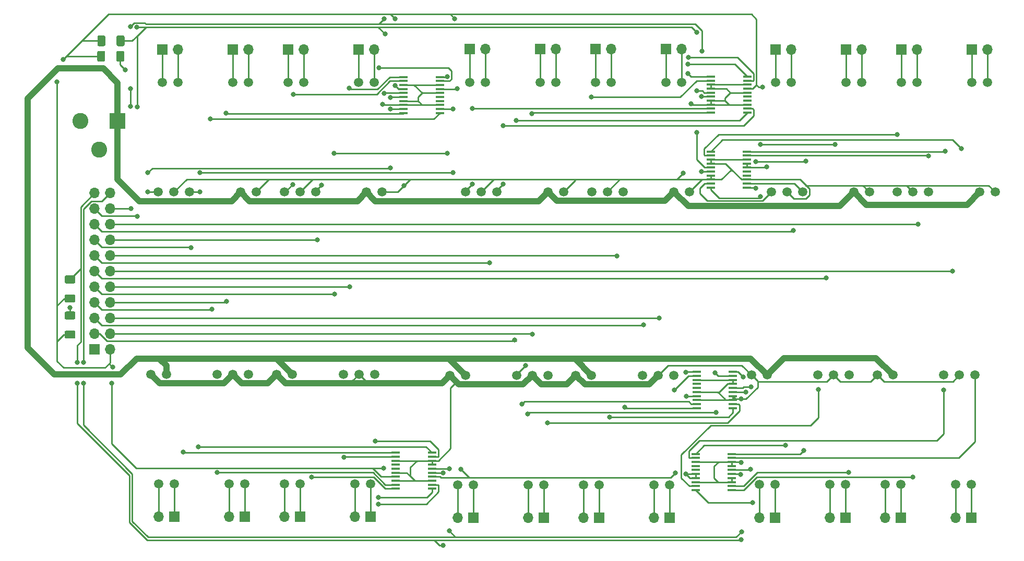
<source format=gbr>
%TF.GenerationSoftware,KiCad,Pcbnew,(5.1.9-0-10_14)*%
%TF.CreationDate,2021-06-18T00:48:09+02:00*%
%TF.ProjectId,V3,56332e6b-6963-4616-945f-706362585858,rev?*%
%TF.SameCoordinates,Original*%
%TF.FileFunction,Copper,L1,Top*%
%TF.FilePolarity,Positive*%
%FSLAX46Y46*%
G04 Gerber Fmt 4.6, Leading zero omitted, Abs format (unit mm)*
G04 Created by KiCad (PCBNEW (5.1.9-0-10_14)) date 2021-06-18 00:48:09*
%MOMM*%
%LPD*%
G01*
G04 APERTURE LIST*
%TA.AperFunction,ComponentPad*%
%ADD10R,1.700000X1.700000*%
%TD*%
%TA.AperFunction,ComponentPad*%
%ADD11O,1.700000X1.700000*%
%TD*%
%TA.AperFunction,ComponentPad*%
%ADD12C,1.508000*%
%TD*%
%TA.AperFunction,ComponentPad*%
%ADD13R,2.600000X2.600000*%
%TD*%
%TA.AperFunction,ComponentPad*%
%ADD14C,2.600000*%
%TD*%
%TA.AperFunction,SMDPad,CuDef*%
%ADD15R,1.475000X0.450000*%
%TD*%
%TA.AperFunction,ViaPad*%
%ADD16C,0.800000*%
%TD*%
%TA.AperFunction,Conductor*%
%ADD17C,0.250000*%
%TD*%
%TA.AperFunction,Conductor*%
%ADD18C,1.000000*%
%TD*%
G04 APERTURE END LIST*
D10*
%TO.P,J2,1*%
%TO.N,GND*%
X97800000Y-107820000D03*
D11*
%TO.P,J2,2*%
%TO.N,TeensyVDD*%
X100340000Y-107820000D03*
%TO.P,J2,3*%
%TO.N,FREQ1*%
X97800000Y-105280000D03*
%TO.P,J2,4*%
%TO.N,FREQ2*%
X100340000Y-105280000D03*
%TO.P,J2,5*%
%TO.N,FREQ3*%
X97800000Y-102740000D03*
%TO.P,J2,6*%
%TO.N,FREQ4*%
X100340000Y-102740000D03*
%TO.P,J2,7*%
%TO.N,FREQ5*%
X97800000Y-100200000D03*
%TO.P,J2,8*%
%TO.N,FREQ6*%
X100340000Y-100200000D03*
%TO.P,J2,9*%
%TO.N,FREQ7*%
X97800000Y-97660000D03*
%TO.P,J2,10*%
%TO.N,FREQ8*%
X100340000Y-97660000D03*
%TO.P,J2,11*%
%TO.N,FREQ9*%
X97800000Y-95120000D03*
%TO.P,J2,12*%
%TO.N,FREQ10*%
X100340000Y-95120000D03*
%TO.P,J2,13*%
%TO.N,FREQ11*%
X97800000Y-92580000D03*
%TO.P,J2,14*%
%TO.N,FREQ12*%
X100340000Y-92580000D03*
%TO.P,J2,15*%
%TO.N,FREQ13*%
X97800000Y-90040000D03*
%TO.P,J2,16*%
%TO.N,FREQ14*%
X100340000Y-90040000D03*
%TO.P,J2,17*%
%TO.N,FREQ15*%
X97800000Y-87500000D03*
%TO.P,J2,18*%
%TO.N,FREQ16*%
X100340000Y-87500000D03*
%TO.P,J2,19*%
%TO.N,SCL0*%
X97800000Y-84960000D03*
%TO.P,J2,20*%
%TO.N,SDA0*%
X100340000Y-84960000D03*
%TO.P,J2,21*%
%TO.N,SCL1*%
X97800000Y-82420000D03*
%TO.P,J2,22*%
%TO.N,SDA1*%
X100340000Y-82420000D03*
%TD*%
%TO.P,R1,1*%
%TO.N,SCL0*%
%TA.AperFunction,SMDPad,CuDef*%
G36*
G01*
X102650000Y-57075000D02*
X102650000Y-58325000D01*
G75*
G02*
X102400000Y-58575000I-250000J0D01*
G01*
X101600000Y-58575000D01*
G75*
G02*
X101350000Y-58325000I0J250000D01*
G01*
X101350000Y-57075000D01*
G75*
G02*
X101600000Y-56825000I250000J0D01*
G01*
X102400000Y-56825000D01*
G75*
G02*
X102650000Y-57075000I0J-250000D01*
G01*
G37*
%TD.AperFunction*%
%TO.P,R1,2*%
%TO.N,TeensyVDD*%
%TA.AperFunction,SMDPad,CuDef*%
G36*
G01*
X99550000Y-57075000D02*
X99550000Y-58325000D01*
G75*
G02*
X99300000Y-58575000I-250000J0D01*
G01*
X98500000Y-58575000D01*
G75*
G02*
X98250000Y-58325000I0J250000D01*
G01*
X98250000Y-57075000D01*
G75*
G02*
X98500000Y-56825000I250000J0D01*
G01*
X99300000Y-56825000D01*
G75*
G02*
X99550000Y-57075000I0J-250000D01*
G01*
G37*
%TD.AperFunction*%
%TD*%
D12*
%TO.P,U3,OUT.L-*%
%TO.N,Net-(LS7-Pad1)*%
X129200501Y-64487501D03*
%TO.P,U3,OUT.L+*%
%TO.N,Net-(LS7-Pad2)*%
X131740501Y-64487501D03*
%TO.P,U3,OUT.R-*%
%TO.N,Net-(LS8-Pad2)*%
X143170501Y-64487501D03*
%TO.P,U3,OUT.R+*%
%TO.N,Net-(LS8-Pad1)*%
X140630501Y-64487501D03*
%TO.P,U3,GND*%
%TO.N,GND*%
X144440501Y-82267501D03*
%TO.P,U3,+5V*%
%TO.N,VDD*%
X141900501Y-82267501D03*
%TO.P,U3,IN.L*%
%TO.N,Net-(IC2-Pad2)*%
X128565501Y-82267501D03*
%TO.P,U3,IN.COM*%
%TO.N,GND*%
X131105501Y-82267501D03*
%TO.P,U3,IN.R*%
%TO.N,Net-(IC2-Pad19)*%
X133645501Y-82267501D03*
%TD*%
%TO.P,U4,IN.R*%
%TO.N,Net-(IC2-Pad12)*%
X113215501Y-82267501D03*
%TO.P,U4,IN.COM*%
%TO.N,GND*%
X110675501Y-82267501D03*
%TO.P,U4,IN.L*%
%TO.N,Net-(IC2-Pad9)*%
X108135501Y-82267501D03*
%TO.P,U4,+5V*%
%TO.N,VDD*%
X121470501Y-82267501D03*
%TO.P,U4,GND*%
%TO.N,GND*%
X124010501Y-82267501D03*
%TO.P,U4,OUT.R+*%
%TO.N,Net-(LS6-Pad1)*%
X120200501Y-64487501D03*
%TO.P,U4,OUT.R-*%
%TO.N,Net-(LS6-Pad2)*%
X122740501Y-64487501D03*
%TO.P,U4,OUT.L+*%
%TO.N,Net-(LS5-Pad2)*%
X111310501Y-64487501D03*
%TO.P,U4,OUT.L-*%
%TO.N,Net-(LS5-Pad1)*%
X108770501Y-64487501D03*
%TD*%
D13*
%TO.P,J1,1*%
%TO.N,VDD*%
X101500000Y-70700000D03*
D14*
%TO.P,J1,2*%
%TO.N,GND*%
X95500000Y-70700000D03*
%TO.P,J1,3*%
%TO.N,N/C*%
X98500000Y-75400000D03*
%TD*%
D12*
%TO.P,U11,OUT.L-*%
%TO.N,Net-(LS23-Pad1)*%
X219569499Y-129732499D03*
%TO.P,U11,OUT.L+*%
%TO.N,Net-(LS23-Pad2)*%
X217029499Y-129732499D03*
%TO.P,U11,OUT.R-*%
%TO.N,Net-(LS24-Pad2)*%
X205599499Y-129732499D03*
%TO.P,U11,OUT.R+*%
%TO.N,Net-(LS24-Pad1)*%
X208139499Y-129732499D03*
%TO.P,U11,GND*%
%TO.N,GND*%
X204329499Y-111952499D03*
%TO.P,U11,+5V*%
%TO.N,VDD*%
X206869499Y-111952499D03*
%TO.P,U11,IN.L*%
%TO.N,Net-(IC6-Pad2)*%
X220204499Y-111952499D03*
%TO.P,U11,IN.COM*%
%TO.N,GND*%
X217664499Y-111952499D03*
%TO.P,U11,IN.R*%
%TO.N,Net-(IC6-Pad19)*%
X215124499Y-111952499D03*
%TD*%
D15*
%TO.P,IC2,1*%
%TO.N,Net-(IC2-Pad1)*%
X147912001Y-63575001D03*
%TO.P,IC2,2*%
%TO.N,Net-(IC2-Pad2)*%
X147912001Y-64225001D03*
%TO.P,IC2,3*%
%TO.N,GND*%
X147912001Y-64875001D03*
%TO.P,IC2,4*%
%TO.N,TeensyVDD*%
X147912001Y-65525001D03*
%TO.P,IC2,5*%
%TO.N,SCL0*%
X147912001Y-66175001D03*
%TO.P,IC2,6*%
%TO.N,SDA0*%
X147912001Y-66825001D03*
%TO.P,IC2,7*%
%TO.N,GND*%
X147912001Y-67475001D03*
%TO.P,IC2,8*%
X147912001Y-68125001D03*
%TO.P,IC2,9*%
%TO.N,Net-(IC2-Pad9)*%
X147912001Y-68775001D03*
%TO.P,IC2,10*%
%TO.N,Net-(IC2-Pad10)*%
X147912001Y-69425001D03*
%TO.P,IC2,11*%
%TO.N,Net-(IC2-Pad11)*%
X153788001Y-69425001D03*
%TO.P,IC2,12*%
%TO.N,Net-(IC2-Pad12)*%
X153788001Y-68775001D03*
%TO.P,IC2,13*%
%TO.N,GND*%
X153788001Y-68125001D03*
%TO.P,IC2,14*%
%TO.N,N/C*%
X153788001Y-67475001D03*
%TO.P,IC2,15*%
X153788001Y-66825001D03*
%TO.P,IC2,16*%
%TO.N,GND*%
X153788001Y-66175001D03*
%TO.P,IC2,17*%
%TO.N,TeensyVDD*%
X153788001Y-65525001D03*
%TO.P,IC2,18*%
%TO.N,GND*%
X153788001Y-64875001D03*
%TO.P,IC2,19*%
%TO.N,Net-(IC2-Pad19)*%
X153788001Y-64225001D03*
%TO.P,IC2,20*%
%TO.N,Net-(IC2-Pad20)*%
X153788001Y-63575001D03*
%TD*%
%TO.P,IC1,20*%
%TO.N,Net-(IC1-Pad20)*%
X203648001Y-63515001D03*
%TO.P,IC1,19*%
%TO.N,Net-(IC1-Pad19)*%
X203648001Y-64165001D03*
%TO.P,IC1,18*%
%TO.N,GND*%
X203648001Y-64815001D03*
%TO.P,IC1,17*%
%TO.N,TeensyVDD*%
X203648001Y-65465001D03*
%TO.P,IC1,16*%
%TO.N,GND*%
X203648001Y-66115001D03*
%TO.P,IC1,15*%
%TO.N,N/C*%
X203648001Y-66765001D03*
%TO.P,IC1,14*%
X203648001Y-67415001D03*
%TO.P,IC1,13*%
%TO.N,GND*%
X203648001Y-68065001D03*
%TO.P,IC1,12*%
%TO.N,Net-(IC1-Pad12)*%
X203648001Y-68715001D03*
%TO.P,IC1,11*%
%TO.N,Net-(IC1-Pad11)*%
X203648001Y-69365001D03*
%TO.P,IC1,10*%
%TO.N,Net-(IC1-Pad10)*%
X197772001Y-69365001D03*
%TO.P,IC1,9*%
%TO.N,Net-(IC1-Pad9)*%
X197772001Y-68715001D03*
%TO.P,IC1,8*%
%TO.N,GND*%
X197772001Y-68065001D03*
%TO.P,IC1,7*%
X197772001Y-67415001D03*
%TO.P,IC1,6*%
%TO.N,SDA0*%
X197772001Y-66765001D03*
%TO.P,IC1,5*%
%TO.N,SCL0*%
X197772001Y-66115001D03*
%TO.P,IC1,4*%
%TO.N,GND*%
X197772001Y-65465001D03*
%TO.P,IC1,3*%
X197772001Y-64815001D03*
%TO.P,IC1,2*%
%TO.N,Net-(IC1-Pad2)*%
X197772001Y-64165001D03*
%TO.P,IC1,1*%
%TO.N,Net-(IC1-Pad1)*%
X197772001Y-63515001D03*
%TD*%
%TO.P,IC3,1*%
%TO.N,Net-(IC3-Pad1)*%
X197762000Y-75675000D03*
%TO.P,IC3,2*%
%TO.N,Net-(IC3-Pad2)*%
X197762000Y-76325000D03*
%TO.P,IC3,3*%
%TO.N,GND*%
X197762000Y-76975000D03*
%TO.P,IC3,4*%
X197762000Y-77625000D03*
%TO.P,IC3,5*%
%TO.N,SCL0*%
X197762000Y-78275000D03*
%TO.P,IC3,6*%
%TO.N,SDA0*%
X197762000Y-78925000D03*
%TO.P,IC3,7*%
%TO.N,GND*%
X197762000Y-79575000D03*
%TO.P,IC3,8*%
X197762000Y-80225000D03*
%TO.P,IC3,9*%
%TO.N,Net-(IC3-Pad9)*%
X197762000Y-80875000D03*
%TO.P,IC3,10*%
%TO.N,Net-(IC3-Pad10)*%
X197762000Y-81525000D03*
%TO.P,IC3,11*%
%TO.N,Net-(IC3-Pad11)*%
X203638000Y-81525000D03*
%TO.P,IC3,12*%
%TO.N,Net-(IC3-Pad12)*%
X203638000Y-80875000D03*
%TO.P,IC3,13*%
%TO.N,GND*%
X203638000Y-80225000D03*
%TO.P,IC3,14*%
%TO.N,N/C*%
X203638000Y-79575000D03*
%TO.P,IC3,15*%
X203638000Y-78925000D03*
%TO.P,IC3,16*%
%TO.N,TeensyVDD*%
X203638000Y-78275000D03*
%TO.P,IC3,17*%
X203638000Y-77625000D03*
%TO.P,IC3,18*%
%TO.N,GND*%
X203638000Y-76975000D03*
%TO.P,IC3,19*%
%TO.N,Net-(IC3-Pad19)*%
X203638000Y-76325000D03*
%TO.P,IC3,20*%
%TO.N,Net-(IC3-Pad20)*%
X203638000Y-75675000D03*
%TD*%
%TO.P,IC4,20*%
%TO.N,Net-(IC4-Pad20)*%
X195462000Y-117325000D03*
%TO.P,IC4,19*%
%TO.N,Net-(IC4-Pad19)*%
X195462000Y-116675000D03*
%TO.P,IC4,18*%
%TO.N,GND*%
X195462000Y-116025000D03*
%TO.P,IC4,17*%
%TO.N,TeensyVDD*%
X195462000Y-115375000D03*
%TO.P,IC4,16*%
%TO.N,GND*%
X195462000Y-114725000D03*
%TO.P,IC4,15*%
%TO.N,N/C*%
X195462000Y-114075000D03*
%TO.P,IC4,14*%
X195462000Y-113425000D03*
%TO.P,IC4,13*%
%TO.N,GND*%
X195462000Y-112775000D03*
%TO.P,IC4,12*%
%TO.N,Net-(IC4-Pad12)*%
X195462000Y-112125000D03*
%TO.P,IC4,11*%
%TO.N,Net-(IC4-Pad11)*%
X195462000Y-111475000D03*
%TO.P,IC4,10*%
%TO.N,Net-(IC4-Pad10)*%
X201338000Y-111475000D03*
%TO.P,IC4,9*%
%TO.N,Net-(IC4-Pad9)*%
X201338000Y-112125000D03*
%TO.P,IC4,8*%
%TO.N,GND*%
X201338000Y-112775000D03*
%TO.P,IC4,7*%
X201338000Y-113425000D03*
%TO.P,IC4,6*%
%TO.N,SDA1*%
X201338000Y-114075000D03*
%TO.P,IC4,5*%
%TO.N,SCL1*%
X201338000Y-114725000D03*
%TO.P,IC4,4*%
%TO.N,GND*%
X201338000Y-115375000D03*
%TO.P,IC4,3*%
X201338000Y-116025000D03*
%TO.P,IC4,2*%
%TO.N,Net-(IC4-Pad2)*%
X201338000Y-116675000D03*
%TO.P,IC4,1*%
%TO.N,Net-(IC4-Pad1)*%
X201338000Y-117325000D03*
%TD*%
%TO.P,IC5,1*%
%TO.N,Net-(IC5-Pad1)*%
X152538000Y-130425000D03*
%TO.P,IC5,2*%
%TO.N,Net-(IC5-Pad2)*%
X152538000Y-129775000D03*
%TO.P,IC5,3*%
%TO.N,GND*%
X152538000Y-129125000D03*
%TO.P,IC5,4*%
%TO.N,TeensyVDD*%
X152538000Y-128475000D03*
%TO.P,IC5,5*%
%TO.N,SCL1*%
X152538000Y-127825000D03*
%TO.P,IC5,6*%
%TO.N,SDA1*%
X152538000Y-127175000D03*
%TO.P,IC5,7*%
%TO.N,GND*%
X152538000Y-126525000D03*
%TO.P,IC5,8*%
X152538000Y-125875000D03*
%TO.P,IC5,9*%
%TO.N,Net-(IC5-Pad9)*%
X152538000Y-125225000D03*
%TO.P,IC5,10*%
%TO.N,Net-(IC5-Pad10)*%
X152538000Y-124575000D03*
%TO.P,IC5,11*%
%TO.N,Net-(IC5-Pad11)*%
X146662000Y-124575000D03*
%TO.P,IC5,12*%
%TO.N,Net-(IC5-Pad12)*%
X146662000Y-125225000D03*
%TO.P,IC5,13*%
%TO.N,GND*%
X146662000Y-125875000D03*
%TO.P,IC5,14*%
%TO.N,N/C*%
X146662000Y-126525000D03*
%TO.P,IC5,15*%
X146662000Y-127175000D03*
%TO.P,IC5,16*%
%TO.N,GND*%
X146662000Y-127825000D03*
%TO.P,IC5,17*%
%TO.N,TeensyVDD*%
X146662000Y-128475000D03*
%TO.P,IC5,18*%
%TO.N,GND*%
X146662000Y-129125000D03*
%TO.P,IC5,19*%
%TO.N,Net-(IC5-Pad19)*%
X146662000Y-129775000D03*
%TO.P,IC5,20*%
%TO.N,Net-(IC5-Pad20)*%
X146662000Y-130425000D03*
%TD*%
%TO.P,IC6,20*%
%TO.N,Net-(IC6-Pad20)*%
X195281999Y-130644999D03*
%TO.P,IC6,19*%
%TO.N,Net-(IC6-Pad19)*%
X195281999Y-129994999D03*
%TO.P,IC6,18*%
%TO.N,GND*%
X195281999Y-129344999D03*
%TO.P,IC6,17*%
%TO.N,TeensyVDD*%
X195281999Y-128694999D03*
%TO.P,IC6,16*%
X195281999Y-128044999D03*
%TO.P,IC6,15*%
%TO.N,N/C*%
X195281999Y-127394999D03*
%TO.P,IC6,14*%
X195281999Y-126744999D03*
%TO.P,IC6,13*%
%TO.N,GND*%
X195281999Y-126094999D03*
%TO.P,IC6,12*%
%TO.N,Net-(IC6-Pad12)*%
X195281999Y-125444999D03*
%TO.P,IC6,11*%
%TO.N,Net-(IC6-Pad11)*%
X195281999Y-124794999D03*
%TO.P,IC6,10*%
%TO.N,Net-(IC6-Pad10)*%
X201157999Y-124794999D03*
%TO.P,IC6,9*%
%TO.N,Net-(IC6-Pad9)*%
X201157999Y-125444999D03*
%TO.P,IC6,8*%
%TO.N,GND*%
X201157999Y-126094999D03*
%TO.P,IC6,7*%
X201157999Y-126744999D03*
%TO.P,IC6,6*%
%TO.N,SDA1*%
X201157999Y-127394999D03*
%TO.P,IC6,5*%
%TO.N,SCL1*%
X201157999Y-128044999D03*
%TO.P,IC6,4*%
%TO.N,GND*%
X201157999Y-128694999D03*
%TO.P,IC6,3*%
X201157999Y-129344999D03*
%TO.P,IC6,2*%
%TO.N,Net-(IC6-Pad2)*%
X201157999Y-129994999D03*
%TO.P,IC6,1*%
%TO.N,Net-(IC6-Pad1)*%
X201157999Y-130644999D03*
%TD*%
D11*
%TO.P,LS1,2*%
%TO.N,Net-(LS1-Pad2)*%
X161160000Y-59040000D03*
D10*
%TO.P,LS1,1*%
%TO.N,Net-(LS1-Pad1)*%
X158620000Y-59040000D03*
%TD*%
%TO.P,LS2,1*%
%TO.N,Net-(LS2-Pad1)*%
X170060000Y-59040000D03*
D11*
%TO.P,LS2,2*%
%TO.N,Net-(LS2-Pad2)*%
X172600000Y-59040000D03*
%TD*%
D10*
%TO.P,LS3,1*%
%TO.N,Net-(LS3-Pad1)*%
X179060000Y-59040000D03*
D11*
%TO.P,LS3,2*%
%TO.N,Net-(LS3-Pad2)*%
X181600000Y-59040000D03*
%TD*%
%TO.P,LS4,2*%
%TO.N,Net-(LS4-Pad2)*%
X193000000Y-59040000D03*
D10*
%TO.P,LS4,1*%
%TO.N,Net-(LS4-Pad1)*%
X190460000Y-59040000D03*
%TD*%
D11*
%TO.P,LS5,2*%
%TO.N,Net-(LS5-Pad2)*%
X111300000Y-59100000D03*
D10*
%TO.P,LS5,1*%
%TO.N,Net-(LS5-Pad1)*%
X108760000Y-59100000D03*
%TD*%
D11*
%TO.P,LS6,2*%
%TO.N,Net-(LS6-Pad2)*%
X122740000Y-59100000D03*
D10*
%TO.P,LS6,1*%
%TO.N,Net-(LS6-Pad1)*%
X120200000Y-59100000D03*
%TD*%
D11*
%TO.P,LS7,2*%
%TO.N,Net-(LS7-Pad2)*%
X131740000Y-59100000D03*
D10*
%TO.P,LS7,1*%
%TO.N,Net-(LS7-Pad1)*%
X129200000Y-59100000D03*
%TD*%
%TO.P,LS8,1*%
%TO.N,Net-(LS8-Pad1)*%
X140600000Y-59100000D03*
D11*
%TO.P,LS8,2*%
%TO.N,Net-(LS8-Pad2)*%
X143140000Y-59100000D03*
%TD*%
D10*
%TO.P,LS9,1*%
%TO.N,Net-(LS9-Pad1)*%
X208220000Y-59080000D03*
D11*
%TO.P,LS9,2*%
%TO.N,Net-(LS9-Pad2)*%
X210760000Y-59080000D03*
%TD*%
D10*
%TO.P,LS10,1*%
%TO.N,Net-(LS10-Pad1)*%
X219660000Y-59080000D03*
D11*
%TO.P,LS10,2*%
%TO.N,Net-(LS10-Pad2)*%
X222200000Y-59080000D03*
%TD*%
D10*
%TO.P,LS11,1*%
%TO.N,Net-(LS11-Pad1)*%
X228660000Y-59080000D03*
D11*
%TO.P,LS11,2*%
%TO.N,Net-(LS11-Pad2)*%
X231200000Y-59080000D03*
%TD*%
%TO.P,LS12,2*%
%TO.N,Net-(LS12-Pad2)*%
X242600000Y-59080000D03*
D10*
%TO.P,LS12,1*%
%TO.N,Net-(LS12-Pad1)*%
X240060000Y-59080000D03*
%TD*%
%TO.P,LS13,1*%
%TO.N,Net-(LS13-Pad1)*%
X191110000Y-135160000D03*
D11*
%TO.P,LS13,2*%
%TO.N,Net-(LS13-Pad2)*%
X188570000Y-135160000D03*
%TD*%
%TO.P,LS14,2*%
%TO.N,Net-(LS14-Pad2)*%
X177130000Y-135160000D03*
D10*
%TO.P,LS14,1*%
%TO.N,Net-(LS14-Pad1)*%
X179670000Y-135160000D03*
%TD*%
%TO.P,LS15,1*%
%TO.N,Net-(LS15-Pad1)*%
X170670000Y-135160000D03*
D11*
%TO.P,LS15,2*%
%TO.N,Net-(LS15-Pad2)*%
X168130000Y-135160000D03*
%TD*%
%TO.P,LS16,2*%
%TO.N,Net-(LS16-Pad2)*%
X156730000Y-135160000D03*
D10*
%TO.P,LS16,1*%
%TO.N,Net-(LS16-Pad1)*%
X159270000Y-135160000D03*
%TD*%
%TO.P,LS17,1*%
%TO.N,Net-(LS17-Pad1)*%
X142570000Y-135000000D03*
D11*
%TO.P,LS17,2*%
%TO.N,Net-(LS17-Pad2)*%
X140030000Y-135000000D03*
%TD*%
%TO.P,LS18,2*%
%TO.N,Net-(LS18-Pad2)*%
X128590000Y-135000000D03*
D10*
%TO.P,LS18,1*%
%TO.N,Net-(LS18-Pad1)*%
X131130000Y-135000000D03*
%TD*%
%TO.P,LS19,1*%
%TO.N,Net-(LS19-Pad1)*%
X122130000Y-135000000D03*
D11*
%TO.P,LS19,2*%
%TO.N,Net-(LS19-Pad2)*%
X119590000Y-135000000D03*
%TD*%
%TO.P,LS20,2*%
%TO.N,Net-(LS20-Pad2)*%
X108190000Y-135000000D03*
D10*
%TO.P,LS20,1*%
%TO.N,Net-(LS20-Pad1)*%
X110730000Y-135000000D03*
%TD*%
%TO.P,LS21,1*%
%TO.N,Net-(LS21-Pad1)*%
X240010000Y-135120000D03*
D11*
%TO.P,LS21,2*%
%TO.N,Net-(LS21-Pad2)*%
X237470000Y-135120000D03*
%TD*%
%TO.P,LS22,2*%
%TO.N,Net-(LS22-Pad2)*%
X226030000Y-135120000D03*
D10*
%TO.P,LS22,1*%
%TO.N,Net-(LS22-Pad1)*%
X228570000Y-135120000D03*
%TD*%
%TO.P,LS23,1*%
%TO.N,Net-(LS23-Pad1)*%
X219570000Y-135120000D03*
D11*
%TO.P,LS23,2*%
%TO.N,Net-(LS23-Pad2)*%
X217030000Y-135120000D03*
%TD*%
%TO.P,LS24,2*%
%TO.N,Net-(LS24-Pad2)*%
X205630000Y-135120000D03*
D10*
%TO.P,LS24,1*%
%TO.N,Net-(LS24-Pad1)*%
X208170000Y-135120000D03*
%TD*%
%TO.P,R2,2*%
%TO.N,TeensyVDD*%
%TA.AperFunction,SMDPad,CuDef*%
G36*
G01*
X99500000Y-59575000D02*
X99500000Y-60825000D01*
G75*
G02*
X99250000Y-61075000I-250000J0D01*
G01*
X98450000Y-61075000D01*
G75*
G02*
X98200000Y-60825000I0J250000D01*
G01*
X98200000Y-59575000D01*
G75*
G02*
X98450000Y-59325000I250000J0D01*
G01*
X99250000Y-59325000D01*
G75*
G02*
X99500000Y-59575000I0J-250000D01*
G01*
G37*
%TD.AperFunction*%
%TO.P,R2,1*%
%TO.N,SDA0*%
%TA.AperFunction,SMDPad,CuDef*%
G36*
G01*
X102600000Y-59575000D02*
X102600000Y-60825000D01*
G75*
G02*
X102350000Y-61075000I-250000J0D01*
G01*
X101550000Y-61075000D01*
G75*
G02*
X101300000Y-60825000I0J250000D01*
G01*
X101300000Y-59575000D01*
G75*
G02*
X101550000Y-59325000I250000J0D01*
G01*
X102350000Y-59325000D01*
G75*
G02*
X102600000Y-59575000I0J-250000D01*
G01*
G37*
%TD.AperFunction*%
%TD*%
%TO.P,R3,1*%
%TO.N,SCL1*%
%TA.AperFunction,SMDPad,CuDef*%
G36*
G01*
X93175000Y-95800000D02*
X94425000Y-95800000D01*
G75*
G02*
X94675000Y-96050000I0J-250000D01*
G01*
X94675000Y-96850000D01*
G75*
G02*
X94425000Y-97100000I-250000J0D01*
G01*
X93175000Y-97100000D01*
G75*
G02*
X92925000Y-96850000I0J250000D01*
G01*
X92925000Y-96050000D01*
G75*
G02*
X93175000Y-95800000I250000J0D01*
G01*
G37*
%TD.AperFunction*%
%TO.P,R3,2*%
%TO.N,TeensyVDD*%
%TA.AperFunction,SMDPad,CuDef*%
G36*
G01*
X93175000Y-98900000D02*
X94425000Y-98900000D01*
G75*
G02*
X94675000Y-99150000I0J-250000D01*
G01*
X94675000Y-99950000D01*
G75*
G02*
X94425000Y-100200000I-250000J0D01*
G01*
X93175000Y-100200000D01*
G75*
G02*
X92925000Y-99950000I0J250000D01*
G01*
X92925000Y-99150000D01*
G75*
G02*
X93175000Y-98900000I250000J0D01*
G01*
G37*
%TD.AperFunction*%
%TD*%
%TO.P,R4,2*%
%TO.N,TeensyVDD*%
%TA.AperFunction,SMDPad,CuDef*%
G36*
G01*
X93175000Y-104750000D02*
X94425000Y-104750000D01*
G75*
G02*
X94675000Y-105000000I0J-250000D01*
G01*
X94675000Y-105800000D01*
G75*
G02*
X94425000Y-106050000I-250000J0D01*
G01*
X93175000Y-106050000D01*
G75*
G02*
X92925000Y-105800000I0J250000D01*
G01*
X92925000Y-105000000D01*
G75*
G02*
X93175000Y-104750000I250000J0D01*
G01*
G37*
%TD.AperFunction*%
%TO.P,R4,1*%
%TO.N,SDA1*%
%TA.AperFunction,SMDPad,CuDef*%
G36*
G01*
X93175000Y-101650000D02*
X94425000Y-101650000D01*
G75*
G02*
X94675000Y-101900000I0J-250000D01*
G01*
X94675000Y-102700000D01*
G75*
G02*
X94425000Y-102950000I-250000J0D01*
G01*
X93175000Y-102950000D01*
G75*
G02*
X92925000Y-102700000I0J250000D01*
G01*
X92925000Y-101900000D01*
G75*
G02*
X93175000Y-101650000I250000J0D01*
G01*
G37*
%TD.AperFunction*%
%TD*%
D12*
%TO.P,U1,OUT.L-*%
%TO.N,Net-(LS3-Pad1)*%
X179060501Y-64427501D03*
%TO.P,U1,OUT.L+*%
%TO.N,Net-(LS3-Pad2)*%
X181600501Y-64427501D03*
%TO.P,U1,OUT.R-*%
%TO.N,Net-(LS4-Pad2)*%
X193030501Y-64427501D03*
%TO.P,U1,OUT.R+*%
%TO.N,Net-(LS4-Pad1)*%
X190490501Y-64427501D03*
%TO.P,U1,GND*%
%TO.N,GND*%
X194300501Y-82207501D03*
%TO.P,U1,+5V*%
%TO.N,VDD*%
X191760501Y-82207501D03*
%TO.P,U1,IN.L*%
%TO.N,Net-(IC1-Pad2)*%
X178425501Y-82207501D03*
%TO.P,U1,IN.COM*%
%TO.N,GND*%
X180965501Y-82207501D03*
%TO.P,U1,IN.R*%
%TO.N,Net-(IC1-Pad19)*%
X183505501Y-82207501D03*
%TD*%
%TO.P,U2,IN.R*%
%TO.N,Net-(IC1-Pad12)*%
X163075501Y-82207501D03*
%TO.P,U2,IN.COM*%
%TO.N,GND*%
X160535501Y-82207501D03*
%TO.P,U2,IN.L*%
%TO.N,Net-(IC1-Pad9)*%
X157995501Y-82207501D03*
%TO.P,U2,+5V*%
%TO.N,VDD*%
X171330501Y-82207501D03*
%TO.P,U2,GND*%
%TO.N,GND*%
X173870501Y-82207501D03*
%TO.P,U2,OUT.R+*%
%TO.N,Net-(LS2-Pad1)*%
X170060501Y-64427501D03*
%TO.P,U2,OUT.R-*%
%TO.N,Net-(LS2-Pad2)*%
X172600501Y-64427501D03*
%TO.P,U2,OUT.L+*%
%TO.N,Net-(LS1-Pad2)*%
X161170501Y-64427501D03*
%TO.P,U2,OUT.L-*%
%TO.N,Net-(LS1-Pad1)*%
X158630501Y-64427501D03*
%TD*%
%TO.P,U5,IN.R*%
%TO.N,Net-(IC3-Pad19)*%
X233105501Y-82247501D03*
%TO.P,U5,IN.COM*%
%TO.N,GND*%
X230565501Y-82247501D03*
%TO.P,U5,IN.L*%
%TO.N,Net-(IC3-Pad2)*%
X228025501Y-82247501D03*
%TO.P,U5,+5V*%
%TO.N,VDD*%
X241360501Y-82247501D03*
%TO.P,U5,GND*%
%TO.N,GND*%
X243900501Y-82247501D03*
%TO.P,U5,OUT.R+*%
%TO.N,Net-(LS12-Pad1)*%
X240090501Y-64467501D03*
%TO.P,U5,OUT.R-*%
%TO.N,Net-(LS12-Pad2)*%
X242630501Y-64467501D03*
%TO.P,U5,OUT.L+*%
%TO.N,Net-(LS11-Pad2)*%
X231200501Y-64467501D03*
%TO.P,U5,OUT.L-*%
%TO.N,Net-(LS11-Pad1)*%
X228660501Y-64467501D03*
%TD*%
%TO.P,U6,OUT.L-*%
%TO.N,Net-(LS9-Pad1)*%
X208230501Y-64467501D03*
%TO.P,U6,OUT.L+*%
%TO.N,Net-(LS9-Pad2)*%
X210770501Y-64467501D03*
%TO.P,U6,OUT.R-*%
%TO.N,Net-(LS10-Pad2)*%
X222200501Y-64467501D03*
%TO.P,U6,OUT.R+*%
%TO.N,Net-(LS10-Pad1)*%
X219660501Y-64467501D03*
%TO.P,U6,GND*%
%TO.N,GND*%
X223470501Y-82247501D03*
%TO.P,U6,+5V*%
%TO.N,VDD*%
X220930501Y-82247501D03*
%TO.P,U6,IN.L*%
%TO.N,Net-(IC3-Pad9)*%
X207595501Y-82247501D03*
%TO.P,U6,IN.COM*%
%TO.N,GND*%
X210135501Y-82247501D03*
%TO.P,U6,IN.R*%
%TO.N,Net-(IC3-Pad12)*%
X212675501Y-82247501D03*
%TD*%
%TO.P,U7,IN.R*%
%TO.N,Net-(IC4-Pad19)*%
X166224499Y-111992499D03*
%TO.P,U7,IN.COM*%
%TO.N,GND*%
X168764499Y-111992499D03*
%TO.P,U7,IN.L*%
%TO.N,Net-(IC4-Pad2)*%
X171304499Y-111992499D03*
%TO.P,U7,+5V*%
%TO.N,VDD*%
X157969499Y-111992499D03*
%TO.P,U7,GND*%
%TO.N,GND*%
X155429499Y-111992499D03*
%TO.P,U7,OUT.R+*%
%TO.N,Net-(LS16-Pad1)*%
X159239499Y-129772499D03*
%TO.P,U7,OUT.R-*%
%TO.N,Net-(LS16-Pad2)*%
X156699499Y-129772499D03*
%TO.P,U7,OUT.L+*%
%TO.N,Net-(LS15-Pad2)*%
X168129499Y-129772499D03*
%TO.P,U7,OUT.L-*%
%TO.N,Net-(LS15-Pad1)*%
X170669499Y-129772499D03*
%TD*%
%TO.P,U8,OUT.L-*%
%TO.N,Net-(LS13-Pad1)*%
X191099499Y-129772499D03*
%TO.P,U8,OUT.L+*%
%TO.N,Net-(LS13-Pad2)*%
X188559499Y-129772499D03*
%TO.P,U8,OUT.R-*%
%TO.N,Net-(LS14-Pad2)*%
X177129499Y-129772499D03*
%TO.P,U8,OUT.R+*%
%TO.N,Net-(LS14-Pad1)*%
X179669499Y-129772499D03*
%TO.P,U8,GND*%
%TO.N,GND*%
X175859499Y-111992499D03*
%TO.P,U8,+5V*%
%TO.N,VDD*%
X178399499Y-111992499D03*
%TO.P,U8,IN.L*%
%TO.N,Net-(IC4-Pad9)*%
X191734499Y-111992499D03*
%TO.P,U8,IN.COM*%
%TO.N,GND*%
X189194499Y-111992499D03*
%TO.P,U8,IN.R*%
%TO.N,Net-(IC4-Pad12)*%
X186654499Y-111992499D03*
%TD*%
%TO.P,U9,OUT.L-*%
%TO.N,Net-(LS19-Pad1)*%
X122129499Y-129612499D03*
%TO.P,U9,OUT.L+*%
%TO.N,Net-(LS19-Pad2)*%
X119589499Y-129612499D03*
%TO.P,U9,OUT.R-*%
%TO.N,Net-(LS20-Pad2)*%
X108159499Y-129612499D03*
%TO.P,U9,OUT.R+*%
%TO.N,Net-(LS20-Pad1)*%
X110699499Y-129612499D03*
%TO.P,U9,GND*%
%TO.N,GND*%
X106889499Y-111832499D03*
%TO.P,U9,+5V*%
%TO.N,VDD*%
X109429499Y-111832499D03*
%TO.P,U9,IN.L*%
%TO.N,Net-(IC5-Pad2)*%
X122764499Y-111832499D03*
%TO.P,U9,IN.COM*%
%TO.N,GND*%
X120224499Y-111832499D03*
%TO.P,U9,IN.R*%
%TO.N,Net-(IC5-Pad19)*%
X117684499Y-111832499D03*
%TD*%
%TO.P,U10,IN.R*%
%TO.N,Net-(IC5-Pad12)*%
X138114499Y-111832499D03*
%TO.P,U10,IN.COM*%
%TO.N,GND*%
X140654499Y-111832499D03*
%TO.P,U10,IN.L*%
%TO.N,Net-(IC5-Pad9)*%
X143194499Y-111832499D03*
%TO.P,U10,+5V*%
%TO.N,VDD*%
X129859499Y-111832499D03*
%TO.P,U10,GND*%
%TO.N,GND*%
X127319499Y-111832499D03*
%TO.P,U10,OUT.R+*%
%TO.N,Net-(LS18-Pad1)*%
X131129499Y-129612499D03*
%TO.P,U10,OUT.R-*%
%TO.N,Net-(LS18-Pad2)*%
X128589499Y-129612499D03*
%TO.P,U10,OUT.L+*%
%TO.N,Net-(LS17-Pad2)*%
X140019499Y-129612499D03*
%TO.P,U10,OUT.L-*%
%TO.N,Net-(LS17-Pad1)*%
X142559499Y-129612499D03*
%TD*%
%TO.P,U12,IN.R*%
%TO.N,Net-(IC6-Pad12)*%
X235554499Y-111952499D03*
%TO.P,U12,IN.COM*%
%TO.N,GND*%
X238094499Y-111952499D03*
%TO.P,U12,IN.L*%
%TO.N,Net-(IC6-Pad9)*%
X240634499Y-111952499D03*
%TO.P,U12,+5V*%
%TO.N,VDD*%
X227299499Y-111952499D03*
%TO.P,U12,GND*%
%TO.N,GND*%
X224759499Y-111952499D03*
%TO.P,U12,OUT.R+*%
%TO.N,Net-(LS22-Pad1)*%
X228569499Y-129732499D03*
%TO.P,U12,OUT.R-*%
%TO.N,Net-(LS22-Pad2)*%
X226029499Y-129732499D03*
%TO.P,U12,OUT.L+*%
%TO.N,Net-(LS21-Pad2)*%
X237459499Y-129732499D03*
%TO.P,U12,OUT.L-*%
%TO.N,Net-(LS21-Pad1)*%
X239999499Y-129732499D03*
%TD*%
D16*
%TO.N,Net-(IC1-Pad20)*%
X194000000Y-61500000D03*
%TO.N,Net-(IC1-Pad19)*%
X194100000Y-60400000D03*
%TO.N,GND*%
X144500000Y-68000000D03*
X148000000Y-81200000D03*
X194500000Y-67900000D03*
X193300000Y-79200000D03*
X202675000Y-126169999D03*
X202675000Y-115800000D03*
%TO.N,TeensyVDD*%
X156600000Y-65500000D03*
X156200000Y-54100000D03*
X146525000Y-64950001D03*
X146500000Y-54100000D03*
X193800000Y-115400000D03*
X193700000Y-128000000D03*
X192000000Y-127900000D03*
X100700000Y-110700000D03*
X100600000Y-113300000D03*
X206800000Y-78200000D03*
X206100000Y-65200000D03*
X144700000Y-127100000D03*
X157200000Y-127300000D03*
X92700000Y-60700000D03*
X91700000Y-64400000D03*
%TO.N,Net-(IC1-Pad12)*%
X164100000Y-80950000D03*
X164100000Y-71500000D03*
%TO.N,Net-(IC1-Pad11)*%
X166200000Y-70600000D03*
%TO.N,Net-(IC1-Pad10)*%
X168700000Y-69500000D03*
%TO.N,Net-(IC1-Pad9)*%
X159100000Y-80950000D03*
X159100000Y-68700000D03*
%TO.N,SDA0*%
X145800000Y-66900001D03*
X144800000Y-54100000D03*
X196200000Y-66700000D03*
X196200000Y-78900000D03*
X196300000Y-59400000D03*
X103700000Y-84900000D03*
X103610048Y-55358579D03*
X102800000Y-62400000D03*
X103600000Y-65500000D03*
X103600000Y-68300000D03*
%TO.N,SCL0*%
X144800000Y-66200000D03*
X144900000Y-56600000D03*
X195475000Y-65800000D03*
X195475000Y-56300000D03*
X195500000Y-72600000D03*
X104700000Y-86200000D03*
X104600000Y-55500000D03*
X104700000Y-68400000D03*
%TO.N,Net-(IC1-Pad2)*%
X178400000Y-66800000D03*
%TO.N,Net-(IC1-Pad1)*%
X194000000Y-63000000D03*
%TO.N,Net-(IC2-Pad1)*%
X139100000Y-65400000D03*
%TO.N,Net-(IC2-Pad2)*%
X129900000Y-81000000D03*
X130000000Y-66400000D03*
%TO.N,Net-(IC2-Pad9)*%
X106400000Y-82200000D03*
X106400000Y-79100000D03*
X145800000Y-78300000D03*
X145800000Y-68800000D03*
%TO.N,Net-(IC2-Pad10)*%
X119100000Y-69400000D03*
%TO.N,Net-(IC2-Pad11)*%
X116600000Y-70400000D03*
%TO.N,Net-(IC2-Pad12)*%
X114900000Y-82200000D03*
X114900000Y-79100000D03*
X155900000Y-79100000D03*
X155900000Y-68800000D03*
%TO.N,Net-(IC2-Pad19)*%
X134600000Y-81100000D03*
X143900000Y-62100000D03*
%TO.N,Net-(IC2-Pad20)*%
X154975000Y-63500000D03*
X136600000Y-76000000D03*
X154975000Y-75925000D03*
%TO.N,Net-(IC3-Pad1)*%
X238400000Y-75200000D03*
%TO.N,Net-(IC3-Pad2)*%
X228000000Y-72900000D03*
%TO.N,Net-(IC3-Pad10)*%
X205800000Y-82975000D03*
X205800000Y-74500000D03*
X217900000Y-74500000D03*
%TO.N,Net-(IC3-Pad11)*%
X205075000Y-81600000D03*
X205000000Y-77300000D03*
X213200000Y-77200000D03*
%TO.N,Net-(IC3-Pad19)*%
X233100000Y-76400000D03*
%TO.N,Net-(IC3-Pad20)*%
X235800000Y-75600000D03*
%TO.N,Net-(IC4-Pad20)*%
X183800000Y-117200000D03*
%TO.N,Net-(IC4-Pad19)*%
X167700000Y-110400000D03*
X167100000Y-116700000D03*
%TO.N,Net-(IC4-Pad12)*%
X191873002Y-114400000D03*
%TO.N,Net-(IC4-Pad11)*%
X193700000Y-111500000D03*
%TO.N,Net-(IC4-Pad10)*%
X168000000Y-118300000D03*
X198600000Y-118000000D03*
X203000000Y-112300000D03*
%TO.N,Net-(IC4-Pad9)*%
X198400000Y-111600000D03*
%TO.N,Net-(IC4-Pad2)*%
X171300000Y-119700000D03*
%TO.N,Net-(IC4-Pad1)*%
X181300000Y-118800000D03*
%TO.N,Net-(IC5-Pad1)*%
X143800000Y-131800000D03*
%TO.N,Net-(IC5-Pad2)*%
X143800000Y-132900000D03*
%TO.N,SCL1*%
X154300000Y-127900000D03*
X154300000Y-139600000D03*
X203400000Y-114700000D03*
X202600000Y-128100000D03*
X95000000Y-113300000D03*
X95000000Y-109900000D03*
X202700000Y-138700000D03*
%TO.N,SDA1*%
X155300000Y-127200000D03*
X155300000Y-137300000D03*
X204200000Y-127300000D03*
X202725000Y-137400000D03*
X204300000Y-113900000D03*
X96000000Y-109900000D03*
X96000000Y-113300000D03*
X93800000Y-101000000D03*
%TO.N,Net-(IC5-Pad9)*%
X143300000Y-122700000D03*
%TO.N,Net-(IC5-Pad10)*%
X114600000Y-123600000D03*
%TO.N,Net-(IC5-Pad11)*%
X112200000Y-124500000D03*
%TO.N,Net-(IC5-Pad12)*%
X138200000Y-125300000D03*
%TO.N,Net-(IC5-Pad19)*%
X117700000Y-127800000D03*
%TO.N,Net-(IC5-Pad20)*%
X133000000Y-128500000D03*
%TO.N,Net-(IC6-Pad20)*%
X204500000Y-132700000D03*
%TO.N,Net-(IC6-Pad19)*%
X215200000Y-114300000D03*
%TO.N,Net-(IC6-Pad12)*%
X235500000Y-114400000D03*
%TO.N,Net-(IC6-Pad11)*%
X209900000Y-123400000D03*
%TO.N,Net-(IC6-Pad10)*%
X212800000Y-124200000D03*
%TO.N,Net-(IC6-Pad2)*%
X220100000Y-127775000D03*
%TO.N,Net-(IC6-Pad1)*%
X230500000Y-128500000D03*
%TO.N,FREQ1*%
X165900000Y-106300000D03*
%TO.N,FREQ2*%
X168800000Y-105300000D03*
%TO.N,FREQ3*%
X186800000Y-103800000D03*
%TO.N,FREQ4*%
X189400000Y-102700000D03*
%TO.N,FREQ5*%
X116800000Y-101300000D03*
%TO.N,FREQ6*%
X119200000Y-100000000D03*
%TO.N,FREQ7*%
X136700000Y-98800000D03*
%TO.N,FREQ8*%
X139200000Y-97600000D03*
%TO.N,FREQ9*%
X216500000Y-96200000D03*
%TO.N,FREQ10*%
X237000000Y-95100000D03*
%TO.N,FREQ11*%
X161844999Y-93755001D03*
%TO.N,FREQ12*%
X182500000Y-92600000D03*
%TO.N,FREQ13*%
X113400000Y-91300000D03*
%TO.N,FREQ14*%
X133900000Y-90000000D03*
%TO.N,FREQ15*%
X211100000Y-88500000D03*
%TO.N,FREQ16*%
X231400000Y-87500000D03*
%TD*%
D17*
%TO.N,Net-(IC1-Pad20)*%
X201633000Y-61500000D02*
X203648001Y-63515001D01*
X194000000Y-61500000D02*
X201633000Y-61500000D01*
%TO.N,Net-(IC1-Pad19)*%
X202080502Y-60400000D02*
X194100000Y-60400000D01*
X203648001Y-64165001D02*
X204635501Y-64165001D01*
X204635501Y-64165001D02*
X204710502Y-64090000D01*
X204710502Y-63030000D02*
X202080502Y-60400000D01*
X204710502Y-64090000D02*
X204710502Y-63030000D01*
%TO.N,GND*%
X194300501Y-82207501D02*
X196283002Y-80225000D01*
X196283002Y-80225000D02*
X196325000Y-80225000D01*
X197762000Y-80225000D02*
X196325000Y-80225000D01*
X182948002Y-80225000D02*
X183275000Y-80225000D01*
X180965501Y-82207501D02*
X182948002Y-80225000D01*
X162518002Y-80225000D02*
X162875000Y-80225000D01*
X160535501Y-82207501D02*
X162518002Y-80225000D01*
X133148002Y-80225000D02*
X134225000Y-80225000D01*
X131105501Y-82267501D02*
X133148002Y-80225000D01*
X126053002Y-80225000D02*
X126625000Y-80225000D01*
X124010501Y-82267501D02*
X126053002Y-80225000D01*
X134225000Y-80225000D02*
X126625000Y-80225000D01*
X112718002Y-80225000D02*
X113575000Y-80225000D01*
X110675501Y-82267501D02*
X112718002Y-80225000D01*
X126625000Y-80225000D02*
X113575000Y-80225000D01*
X153788001Y-68125001D02*
X152800501Y-68125001D01*
X150275001Y-67475001D02*
X150925001Y-68125001D01*
X147912001Y-67475001D02*
X150275001Y-67475001D01*
X150925001Y-68125001D02*
X147912001Y-68125001D01*
X152800501Y-68125001D02*
X150925001Y-68125001D01*
X153788001Y-66175001D02*
X150924999Y-66175001D01*
X149624999Y-64875001D02*
X147912001Y-64875001D01*
X150924999Y-66175001D02*
X149624999Y-64875001D01*
X153788001Y-64875001D02*
X149624999Y-64875001D01*
X150275001Y-66824999D02*
X150924999Y-66175001D01*
X150275001Y-67475001D02*
X150275001Y-66824999D01*
X203648001Y-66115001D02*
X200915001Y-66115001D01*
X200265001Y-65465001D02*
X197772001Y-65465001D01*
X200915001Y-66115001D02*
X200265001Y-65465001D01*
X198084999Y-64815001D02*
X203648001Y-64815001D01*
X197772001Y-64815001D02*
X198084999Y-64815001D01*
X198759501Y-67415001D02*
X198774502Y-67400000D01*
X197772001Y-67415001D02*
X198759501Y-67415001D01*
X198774502Y-67400000D02*
X200069998Y-67400000D01*
X200069998Y-67400000D02*
X200734999Y-68065001D01*
X200734999Y-68065001D02*
X203648001Y-68065001D01*
X197772001Y-68065001D02*
X200734999Y-68065001D01*
X197772001Y-64815001D02*
X197772001Y-65465001D01*
X197772001Y-67415001D02*
X197772001Y-68065001D01*
X200069998Y-66960004D02*
X200915001Y-66115001D01*
X200069998Y-67400000D02*
X200069998Y-66960004D01*
X203638000Y-76975000D02*
X197762000Y-76975000D01*
X202740498Y-80225000D02*
X203638000Y-80225000D01*
X197762000Y-77625000D02*
X200140498Y-77625000D01*
X199490498Y-80225000D02*
X201073247Y-78642251D01*
X201073247Y-78642251D02*
X201157749Y-78642251D01*
X197762000Y-80225000D02*
X199490498Y-80225000D01*
X201157749Y-78642251D02*
X202740498Y-80225000D01*
X200140498Y-77625000D02*
X201157749Y-78642251D01*
X197762000Y-76975000D02*
X197762000Y-77625000D01*
X197762000Y-79575000D02*
X197762000Y-80225000D01*
X147861999Y-68074999D02*
X144574999Y-68074999D01*
X144574999Y-68074999D02*
X144500000Y-68000000D01*
X147912001Y-68125001D02*
X147861999Y-68074999D01*
X148975000Y-80225000D02*
X149075000Y-80225000D01*
X148000000Y-81200000D02*
X148975000Y-80225000D01*
X149075000Y-80225000D02*
X134225000Y-80225000D01*
X162875000Y-80225000D02*
X149075000Y-80225000D01*
X194665001Y-68065001D02*
X194500000Y-67900000D01*
X197772001Y-68065001D02*
X194665001Y-68065001D01*
X192275000Y-80225000D02*
X192225000Y-80225000D01*
X193300000Y-79200000D02*
X192275000Y-80225000D01*
X192225000Y-80225000D02*
X183275000Y-80225000D01*
X196325000Y-80225000D02*
X192225000Y-80225000D01*
X146932499Y-82267501D02*
X148000000Y-81200000D01*
X144440501Y-82267501D02*
X146932499Y-82267501D01*
X212249922Y-80225000D02*
X203638000Y-80225000D01*
X213754502Y-82765422D02*
X213754502Y-81729580D01*
X213193422Y-83326502D02*
X213754502Y-82765422D01*
X211214502Y-83326502D02*
X213193422Y-83326502D01*
X210135501Y-82247501D02*
X211214502Y-83326502D01*
X213193422Y-81168500D02*
X212712461Y-80687539D01*
X223470501Y-82247501D02*
X222391500Y-81168500D01*
X212712461Y-80687539D02*
X212249922Y-80225000D01*
X213754502Y-81729580D02*
X212712461Y-80687539D01*
X230565501Y-82247501D02*
X229486500Y-81168500D01*
X222231500Y-81168500D02*
X213193422Y-81168500D01*
X222391500Y-81168500D02*
X222231500Y-81168500D01*
X242821500Y-81168500D02*
X229368500Y-81168500D01*
X243900501Y-82247501D02*
X242821500Y-81168500D01*
X229368500Y-81168500D02*
X222231500Y-81168500D01*
X229486500Y-81168500D02*
X229368500Y-81168500D01*
X146662000Y-127825000D02*
X148425000Y-127825000D01*
X149725000Y-129125000D02*
X152538000Y-129125000D01*
X146662000Y-129125000D02*
X149725000Y-129125000D01*
X152538000Y-125875000D02*
X152538000Y-126525000D01*
X149000000Y-126950000D02*
X150075000Y-125875000D01*
X149000000Y-128400000D02*
X149000000Y-126950000D01*
X150075000Y-125875000D02*
X152538000Y-125875000D01*
X146662000Y-125875000D02*
X150075000Y-125875000D01*
X148425000Y-127825000D02*
X149000000Y-128400000D01*
X149000000Y-128400000D02*
X149725000Y-129125000D01*
X167685498Y-113071500D02*
X168764499Y-111992499D01*
X156508500Y-113071500D02*
X167685498Y-113071500D01*
X155429499Y-111992499D02*
X156508500Y-113071500D01*
X189194499Y-111992499D02*
X190786998Y-110400000D01*
X202777000Y-110400000D02*
X204329499Y-111952499D01*
X190786998Y-110400000D02*
X202777000Y-110400000D01*
X216585498Y-113031500D02*
X217664499Y-111952499D01*
X205408500Y-113031500D02*
X216585498Y-113031500D01*
X223680498Y-113031500D02*
X224759499Y-111952499D01*
X218743500Y-113031500D02*
X223680498Y-113031500D01*
X217664499Y-111952499D02*
X218743500Y-113031500D01*
X237015498Y-113031500D02*
X238094499Y-111952499D01*
X225838500Y-113031500D02*
X237015498Y-113031500D01*
X224759499Y-111952499D02*
X225838500Y-113031500D01*
X153525500Y-125875000D02*
X155500000Y-123900500D01*
X152538000Y-125875000D02*
X153525500Y-125875000D01*
X155500000Y-114080000D02*
X156508500Y-113071500D01*
X155500000Y-123900500D02*
X155500000Y-114080000D01*
X201338000Y-115375000D02*
X201338000Y-116025000D01*
X200440498Y-113425000D02*
X201338000Y-113425000D01*
X199140498Y-114725000D02*
X200440498Y-113425000D01*
X201338000Y-112775000D02*
X195462000Y-112775000D01*
X201338000Y-112775000D02*
X201338000Y-113425000D01*
X200025000Y-116025000D02*
X200025000Y-115875000D01*
X198875000Y-114725000D02*
X199140498Y-114725000D01*
X195462000Y-114725000D02*
X198875000Y-114725000D01*
X195462000Y-116025000D02*
X200025000Y-116025000D01*
X200025000Y-115875000D02*
X198875000Y-114725000D01*
X200025000Y-116025000D02*
X201338000Y-116025000D01*
X201157999Y-126094999D02*
X201157999Y-126744999D01*
X195281999Y-126094999D02*
X195494999Y-126094999D01*
X195281999Y-129344999D02*
X195655001Y-129344999D01*
X201157999Y-128694999D02*
X201157999Y-129344999D01*
X199055001Y-129344999D02*
X198944999Y-129344999D01*
X195655001Y-129344999D02*
X199055001Y-129344999D01*
X199055001Y-129344999D02*
X201157999Y-129344999D01*
X198944999Y-129344999D02*
X198300000Y-128700000D01*
X198300000Y-126789998D02*
X198994999Y-126094999D01*
X198300000Y-128700000D02*
X198300000Y-126789998D01*
X198994999Y-126094999D02*
X201157999Y-126094999D01*
X195494999Y-126094999D02*
X198994999Y-126094999D01*
X202600000Y-126094999D02*
X202675000Y-126169999D01*
X201157999Y-126094999D02*
X202600000Y-126094999D01*
X201763000Y-115800000D02*
X201338000Y-115375000D01*
X202675000Y-115800000D02*
X201763000Y-115800000D01*
X205338500Y-112961500D02*
X205338500Y-113934502D01*
X204329499Y-111952499D02*
X205338500Y-112961500D01*
X203473002Y-115800000D02*
X202675000Y-115800000D01*
X205338500Y-113934502D02*
X203473002Y-115800000D01*
X205338500Y-112961500D02*
X205408500Y-113031500D01*
X175725000Y-80353002D02*
X175725000Y-80225000D01*
X173870501Y-82207501D02*
X175725000Y-80353002D01*
X175725000Y-80225000D02*
X162875000Y-80225000D01*
X183275000Y-80225000D02*
X175725000Y-80225000D01*
X154510498Y-112911500D02*
X155429499Y-111992499D01*
X141733500Y-112911500D02*
X154510498Y-112911500D01*
X140654499Y-111832499D02*
X141733500Y-112911500D01*
X127319499Y-111832499D02*
X128398500Y-112911500D01*
X139575498Y-112911500D02*
X140654499Y-111832499D01*
X128398500Y-112911500D02*
X139575498Y-112911500D01*
D18*
X108343500Y-113286500D02*
X118770498Y-113286500D01*
X118770498Y-113286500D02*
X120224499Y-111832499D01*
X106889499Y-111832499D02*
X108343500Y-113286500D01*
X125865498Y-113286500D02*
X127319499Y-111832499D01*
X121678500Y-113286500D02*
X125865498Y-113286500D01*
X120224499Y-111832499D02*
X121678500Y-113286500D01*
X154135498Y-113286500D02*
X155429499Y-111992499D01*
X128773500Y-113286500D02*
X154135498Y-113286500D01*
X127319499Y-111832499D02*
X128773500Y-113286500D01*
X156883500Y-113446500D02*
X167310498Y-113446500D01*
X167310498Y-113446500D02*
X168764499Y-111992499D01*
X155429499Y-111992499D02*
X156883500Y-113446500D01*
X174405498Y-113446500D02*
X175859499Y-111992499D01*
X170218500Y-113446500D02*
X174405498Y-113446500D01*
X168764499Y-111992499D02*
X170218500Y-113446500D01*
X187740498Y-113446500D02*
X189194499Y-111992499D01*
X177313500Y-113446500D02*
X187740498Y-113446500D01*
X175859499Y-111992499D02*
X177313500Y-113446500D01*
D17*
%TO.N,TeensyVDD*%
X156574999Y-65525001D02*
X156600000Y-65500000D01*
X153788001Y-65525001D02*
X156574999Y-65525001D01*
X155474999Y-53374999D02*
X155374999Y-53374999D01*
X156200000Y-54100000D02*
X155474999Y-53374999D01*
X205160512Y-54210510D02*
X204325001Y-53374999D01*
X204545503Y-65465001D02*
X205160512Y-64849992D01*
X203648001Y-65465001D02*
X204545503Y-65465001D01*
X205160512Y-64849992D02*
X205160512Y-54210510D01*
X155374999Y-53374999D02*
X204325001Y-53374999D01*
X147100000Y-65525001D02*
X146525000Y-64950001D01*
X147912001Y-65525001D02*
X147100000Y-65525001D01*
X146500000Y-54100000D02*
X145774999Y-53374999D01*
X145474999Y-53374999D02*
X155374999Y-53374999D01*
X145774999Y-53374999D02*
X145474999Y-53374999D01*
X144291742Y-128475000D02*
X142891741Y-127074999D01*
X146662000Y-128475000D02*
X144291742Y-128475000D01*
X193825000Y-115375000D02*
X193800000Y-115400000D01*
X195462000Y-115375000D02*
X193825000Y-115375000D01*
X193744999Y-128044999D02*
X193700000Y-128000000D01*
X195281999Y-128044999D02*
X193744999Y-128044999D01*
X195281999Y-128694999D02*
X195281999Y-128044999D01*
X107725001Y-53374999D02*
X145474999Y-53374999D01*
X107725001Y-53374999D02*
X104520626Y-53374999D01*
X107488591Y-53374999D02*
X107725001Y-53374999D01*
X92800000Y-105400000D02*
X91700000Y-106500000D01*
X93800000Y-105400000D02*
X92800000Y-105400000D01*
X92850000Y-99550000D02*
X91700000Y-100700000D01*
X93800000Y-99550000D02*
X92850000Y-99550000D01*
X91700000Y-100700000D02*
X91700000Y-106500000D01*
X91700000Y-94700000D02*
X91700000Y-100700000D01*
X105174999Y-127074999D02*
X104574999Y-127074999D01*
X105174999Y-127074999D02*
X104925001Y-127074999D01*
X191274999Y-128625001D02*
X192000000Y-127900000D01*
X153801998Y-128475000D02*
X153951999Y-128625001D01*
X152538000Y-128475000D02*
X153801998Y-128475000D01*
X194394999Y-128694999D02*
X193700000Y-128000000D01*
X195281999Y-128694999D02*
X194394999Y-128694999D01*
X92800000Y-110800000D02*
X91700000Y-109700000D01*
X91700000Y-109700000D02*
X91700000Y-106500000D01*
X99480000Y-110800000D02*
X92800000Y-110800000D01*
X100340000Y-107820000D02*
X100340000Y-109940000D01*
X100140000Y-110140000D02*
X100700000Y-110700000D01*
X100140000Y-110140000D02*
X99480000Y-110800000D01*
X100600000Y-123100000D02*
X104574999Y-127074999D01*
X100600000Y-113300000D02*
X100600000Y-123100000D01*
X104520626Y-53374999D02*
X100025001Y-53374999D01*
X206725000Y-78275000D02*
X206800000Y-78200000D01*
X203638000Y-78275000D02*
X206725000Y-78275000D01*
X205510520Y-65200000D02*
X205160512Y-64849992D01*
X206100000Y-65200000D02*
X205510520Y-65200000D01*
X142025001Y-127074999D02*
X144674999Y-127074999D01*
X144674999Y-127074999D02*
X144700000Y-127100000D01*
X142891741Y-127074999D02*
X142025001Y-127074999D01*
X142025001Y-127074999D02*
X105174999Y-127074999D01*
X157200000Y-127300000D02*
X158525001Y-128625001D01*
X158525001Y-128625001D02*
X159574999Y-128625001D01*
X159574999Y-128625001D02*
X191274999Y-128625001D01*
X153951999Y-128625001D02*
X159574999Y-128625001D01*
X203638000Y-78275000D02*
X203638000Y-77625000D01*
X95700000Y-57700000D02*
X95300000Y-58100000D01*
X98900000Y-57700000D02*
X95700000Y-57700000D01*
X100025001Y-53374999D02*
X95300000Y-58100000D01*
X91700000Y-89000000D02*
X91700000Y-67400000D01*
X91700000Y-88800000D02*
X91700000Y-89000000D01*
X91700000Y-89000000D02*
X91700000Y-94700000D01*
X91700000Y-67400000D02*
X91700000Y-64400000D01*
X93300000Y-60200000D02*
X93250000Y-60150000D01*
X98850000Y-60200000D02*
X93300000Y-60200000D01*
X93250000Y-60150000D02*
X92700000Y-60700000D01*
X95300000Y-58100000D02*
X93250000Y-60150000D01*
X100340000Y-109940000D02*
X100140000Y-110140000D01*
%TO.N,Net-(IC1-Pad12)*%
X163075501Y-81974499D02*
X164100000Y-80950000D01*
X163075501Y-82207501D02*
X163075501Y-81974499D01*
X204515001Y-68715001D02*
X203648001Y-68715001D01*
X204710502Y-69850002D02*
X204710502Y-68910502D01*
X204710502Y-68910502D02*
X204515001Y-68715001D01*
X203060504Y-71500000D02*
X204710502Y-69850002D01*
X164100000Y-71500000D02*
X203060504Y-71500000D01*
%TO.N,Net-(IC1-Pad11)*%
X202413002Y-70600000D02*
X203648001Y-69365001D01*
X166200000Y-70600000D02*
X202413002Y-70600000D01*
%TO.N,Net-(IC1-Pad10)*%
X168834999Y-69365001D02*
X168700000Y-69500000D01*
X197772001Y-69365001D02*
X168834999Y-69365001D01*
%TO.N,Net-(IC1-Pad9)*%
X157995501Y-82054499D02*
X159100000Y-80950000D01*
X157995501Y-82207501D02*
X157995501Y-82054499D01*
X159100000Y-68700000D02*
X197315002Y-68700000D01*
%TO.N,SDA0*%
X145875000Y-66825001D02*
X145800000Y-66900001D01*
X147912001Y-66825001D02*
X145875000Y-66825001D01*
X143900000Y-55000000D02*
X143700000Y-55000000D01*
X143700000Y-55000000D02*
X179299002Y-55000000D01*
X144800000Y-54100000D02*
X143900000Y-55000000D01*
X196265001Y-66765001D02*
X196200000Y-66700000D01*
X197772001Y-66765001D02*
X196265001Y-66765001D01*
X179299002Y-55000000D02*
X194900000Y-55000000D01*
X196225000Y-78925000D02*
X196200000Y-78900000D01*
X197762000Y-78925000D02*
X196225000Y-78925000D01*
X195248002Y-55000000D02*
X196300000Y-56051998D01*
X196300000Y-56051998D02*
X196300000Y-59400000D01*
X194900000Y-55000000D02*
X195248002Y-55000000D01*
X103640000Y-84960000D02*
X103700000Y-84900000D01*
X100340000Y-84960000D02*
X103640000Y-84960000D01*
X106127200Y-55000000D02*
X106600000Y-55000000D01*
X106600000Y-55000000D02*
X143700000Y-55000000D01*
X106500000Y-55000000D02*
X106600000Y-55000000D01*
X104193628Y-54774999D02*
X103610048Y-55358579D01*
X105902199Y-54774999D02*
X104193628Y-54774999D01*
X106127200Y-55000000D02*
X105902199Y-54774999D01*
X101950000Y-61550000D02*
X102800000Y-62400000D01*
X101950000Y-60200000D02*
X101950000Y-61550000D01*
X103600000Y-65500000D02*
X103600000Y-68300000D01*
%TO.N,SCL0*%
X98975001Y-86135001D02*
X100904001Y-86135001D01*
X97800000Y-84960000D02*
X98975001Y-86135001D01*
X144824999Y-66175001D02*
X144800000Y-66200000D01*
X147912001Y-66175001D02*
X144824999Y-66175001D01*
X143849990Y-55549990D02*
X143849990Y-55450010D01*
X144900000Y-56600000D02*
X143849990Y-55549990D01*
X143849990Y-55450010D02*
X178200000Y-55450010D01*
X196373002Y-65800000D02*
X195475000Y-65800000D01*
X196688003Y-66115001D02*
X196373002Y-65800000D01*
X197772001Y-66115001D02*
X196688003Y-66115001D01*
X194625010Y-55450010D02*
X194449990Y-55450010D01*
X195475000Y-56300000D02*
X194625010Y-55450010D01*
X178200000Y-55450010D02*
X194449990Y-55450010D01*
X195500000Y-77000500D02*
X195500000Y-72600000D01*
X196774500Y-78275000D02*
X195500000Y-77000500D01*
X197762000Y-78275000D02*
X196774500Y-78275000D01*
X104635001Y-86135001D02*
X104700000Y-86200000D01*
X100904001Y-86135001D02*
X104635001Y-86135001D01*
X104649990Y-55450010D02*
X104600000Y-55500000D01*
X143849990Y-55450010D02*
X106150010Y-55450010D01*
X103900020Y-57700000D02*
X102000000Y-57700000D01*
X106150010Y-55450010D02*
X104649990Y-55450010D01*
X104700000Y-56900020D02*
X105350010Y-56250010D01*
X104700000Y-68400000D02*
X104700000Y-56900020D01*
X105350010Y-56250010D02*
X103900020Y-57700000D01*
X106150010Y-55450010D02*
X105350010Y-56250010D01*
%TO.N,Net-(IC1-Pad2)*%
X197772001Y-64165001D02*
X195434999Y-64165001D01*
X192800000Y-66800000D02*
X178400000Y-66800000D01*
X195434999Y-64165001D02*
X192800000Y-66800000D01*
%TO.N,Net-(IC1-Pad1)*%
X194515001Y-63515001D02*
X194000000Y-63000000D01*
X197772001Y-63515001D02*
X194515001Y-63515001D01*
%TO.N,Net-(IC2-Pad1)*%
X143688422Y-65566502D02*
X139266502Y-65566502D01*
X139266502Y-65566502D02*
X139100000Y-65400000D01*
X145679923Y-63575001D02*
X143688422Y-65566502D01*
X147912001Y-63575001D02*
X145679923Y-63575001D01*
%TO.N,Net-(IC2-Pad2)*%
X128632499Y-82267501D02*
X129900000Y-81000000D01*
X128565501Y-82267501D02*
X128632499Y-82267501D01*
X143539500Y-66400000D02*
X145714499Y-64225001D01*
X145714499Y-64225001D02*
X147912001Y-64225001D01*
X130000000Y-66400000D02*
X143539500Y-66400000D01*
%TO.N,Net-(IC2-Pad9)*%
X106467501Y-82267501D02*
X106400000Y-82200000D01*
X108135501Y-82267501D02*
X106467501Y-82267501D01*
X145725001Y-78374999D02*
X145800000Y-78300000D01*
X107125001Y-78374999D02*
X145725001Y-78374999D01*
X106400000Y-79100000D02*
X107125001Y-78374999D01*
X147887002Y-68800000D02*
X147912001Y-68775001D01*
X145800000Y-68800000D02*
X147887002Y-68800000D01*
%TO.N,Net-(IC2-Pad10)*%
X119225001Y-69525001D02*
X119100000Y-69400000D01*
X147812001Y-69525001D02*
X119225001Y-69525001D01*
X147912001Y-69425001D02*
X147812001Y-69525001D01*
%TO.N,Net-(IC2-Pad11)*%
X152813002Y-70400000D02*
X153788001Y-69425001D01*
X116600000Y-70400000D02*
X152813002Y-70400000D01*
%TO.N,Net-(IC2-Pad12)*%
X114832499Y-82267501D02*
X114900000Y-82200000D01*
X113215501Y-82267501D02*
X114832499Y-82267501D01*
X114900000Y-79100000D02*
X155900000Y-79100000D01*
X153813000Y-68800000D02*
X153788001Y-68775001D01*
X155900000Y-68800000D02*
X153813000Y-68800000D01*
%TO.N,Net-(IC2-Pad19)*%
X133645501Y-82054499D02*
X134600000Y-81100000D01*
X133645501Y-82267501D02*
X133645501Y-82054499D01*
X155374999Y-64225001D02*
X153788001Y-64225001D01*
X155700000Y-62600000D02*
X155700000Y-63900000D01*
X155700000Y-63900000D02*
X155374999Y-64225001D01*
X155200000Y-62100000D02*
X155700000Y-62600000D01*
X143900000Y-62100000D02*
X155200000Y-62100000D01*
%TO.N,Net-(IC2-Pad20)*%
X154899999Y-63575001D02*
X154975000Y-63500000D01*
X153788001Y-63575001D02*
X154899999Y-63575001D01*
X154900000Y-76000000D02*
X154975000Y-75925000D01*
X136600000Y-76000000D02*
X154900000Y-76000000D01*
%TO.N,Net-(IC3-Pad1)*%
X236974999Y-73774999D02*
X238400000Y-75200000D01*
X199662001Y-73774999D02*
X236974999Y-73774999D01*
X197762000Y-75675000D02*
X199662001Y-73774999D01*
%TO.N,Net-(IC3-Pad2)*%
X196774500Y-76325000D02*
X196699499Y-76249999D01*
X198989498Y-72900000D02*
X228000000Y-72900000D01*
X197762000Y-76325000D02*
X196774500Y-76325000D01*
X196699499Y-75189999D02*
X198989498Y-72900000D01*
X196699499Y-76249999D02*
X196699499Y-75189999D01*
%TO.N,Net-(IC3-Pad9)*%
X197200000Y-83700000D02*
X206143002Y-83700000D01*
X196000000Y-82500000D02*
X197200000Y-83700000D01*
X196000000Y-81649500D02*
X196000000Y-82500000D01*
X206143002Y-83700000D02*
X207595501Y-82247501D01*
X196774500Y-80875000D02*
X196000000Y-81649500D01*
X197762000Y-80875000D02*
X196774500Y-80875000D01*
%TO.N,Net-(IC3-Pad10)*%
X197762000Y-81525000D02*
X197762000Y-81862000D01*
X205525010Y-83249990D02*
X205800000Y-82975000D01*
X199149990Y-83249990D02*
X205525010Y-83249990D01*
X197762000Y-81862000D02*
X199149990Y-83249990D01*
X205800000Y-74500000D02*
X217900000Y-74500000D01*
%TO.N,Net-(IC3-Pad11)*%
X205000000Y-81525000D02*
X205075000Y-81600000D01*
X203638000Y-81525000D02*
X205000000Y-81525000D01*
X213100000Y-77300000D02*
X213200000Y-77200000D01*
X205000000Y-77300000D02*
X213100000Y-77300000D01*
%TO.N,Net-(IC3-Pad12)*%
X211303000Y-80875000D02*
X212675501Y-82247501D01*
X203638000Y-80875000D02*
X211303000Y-80875000D01*
%TO.N,Net-(IC3-Pad19)*%
X233025000Y-76325000D02*
X233100000Y-76400000D01*
X203638000Y-76325000D02*
X233025000Y-76325000D01*
%TO.N,Net-(IC3-Pad20)*%
X235725000Y-75675000D02*
X235800000Y-75600000D01*
X203638000Y-75675000D02*
X235725000Y-75675000D01*
%TO.N,Net-(IC4-Pad20)*%
X183925000Y-117325000D02*
X183800000Y-117200000D01*
X195462000Y-117325000D02*
X183925000Y-117325000D01*
%TO.N,Net-(IC4-Pad19)*%
X166224499Y-111875501D02*
X167700000Y-110400000D01*
X166224499Y-111992499D02*
X166224499Y-111875501D01*
X194564498Y-116675000D02*
X195462000Y-116675000D01*
X194189499Y-116300001D02*
X194564498Y-116675000D01*
X167499999Y-116300001D02*
X194189499Y-116300001D01*
X167100000Y-116700000D02*
X167499999Y-116300001D01*
%TO.N,Net-(IC4-Pad12)*%
X194148002Y-112125000D02*
X191873002Y-114400000D01*
X195462000Y-112125000D02*
X194148002Y-112125000D01*
%TO.N,Net-(IC4-Pad11)*%
X193725000Y-111475000D02*
X193700000Y-111500000D01*
X195462000Y-111475000D02*
X193725000Y-111475000D01*
%TO.N,Net-(IC4-Pad10)*%
X198525001Y-118074999D02*
X198600000Y-118000000D01*
X168225001Y-118074999D02*
X198525001Y-118074999D01*
X168000000Y-118300000D02*
X168225001Y-118074999D01*
X202175000Y-111475000D02*
X201338000Y-111475000D01*
X203000000Y-112300000D02*
X202175000Y-111475000D01*
%TO.N,Net-(IC4-Pad9)*%
X198925000Y-112125000D02*
X198400000Y-111600000D01*
X201338000Y-112125000D02*
X198925000Y-112125000D01*
%TO.N,Net-(IC4-Pad2)*%
X202400501Y-117810001D02*
X200510502Y-119700000D01*
X202400501Y-116839999D02*
X202400501Y-117810001D01*
X202235502Y-116675000D02*
X202400501Y-116839999D01*
X201338000Y-116675000D02*
X202235502Y-116675000D01*
X200510502Y-119700000D02*
X171300000Y-119700000D01*
%TO.N,Net-(IC4-Pad1)*%
X201338000Y-117325000D02*
X201338000Y-118062000D01*
X200600000Y-118800000D02*
X181300000Y-118800000D01*
X201338000Y-118062000D02*
X200600000Y-118800000D01*
%TO.N,Net-(IC5-Pad1)*%
X152538000Y-130425000D02*
X152538000Y-130962000D01*
X151700000Y-131800000D02*
X143800000Y-131800000D01*
X152538000Y-130962000D02*
X151700000Y-131800000D01*
%TO.N,Net-(IC5-Pad2)*%
X153525500Y-129775000D02*
X153600501Y-129850001D01*
X153600501Y-130910001D02*
X151610502Y-132900000D01*
X153600501Y-129850001D02*
X153600501Y-130910001D01*
X151610502Y-132900000D02*
X143800000Y-132900000D01*
X152538000Y-129775000D02*
X153525500Y-129775000D01*
%TO.N,SCL1*%
X154225000Y-127825000D02*
X154300000Y-127900000D01*
X152538000Y-127825000D02*
X154225000Y-127825000D01*
X153699980Y-139600000D02*
X152849990Y-138750010D01*
X154300000Y-139600000D02*
X153699980Y-139600000D01*
X203375000Y-114725000D02*
X203400000Y-114700000D01*
X201338000Y-114725000D02*
X203375000Y-114725000D01*
X202544999Y-128044999D02*
X202600000Y-128100000D01*
X201157999Y-128044999D02*
X202544999Y-128044999D01*
X93800000Y-96450000D02*
X94150000Y-96450000D01*
X95000000Y-113300000D02*
X95000000Y-119850010D01*
X106313600Y-138750010D02*
X106550010Y-138750010D01*
X103449991Y-135886401D02*
X106313600Y-138750010D01*
X103449990Y-128300000D02*
X103449991Y-135886401D01*
X95000000Y-119850010D02*
X103449990Y-128300000D01*
X106550010Y-138750010D02*
X152849990Y-138750010D01*
X152849990Y-138750010D02*
X200950010Y-138750010D01*
X202649990Y-138750010D02*
X200950010Y-138750010D01*
X202700000Y-138700000D02*
X202649990Y-138750010D01*
X95000000Y-107149990D02*
X95000000Y-109900000D01*
X95549990Y-106600000D02*
X95000000Y-107149990D01*
X97800000Y-82420000D02*
X95549990Y-84670010D01*
X95549990Y-94700010D02*
X93800000Y-96450000D01*
X95549990Y-93150010D02*
X95549990Y-94700010D01*
X95549990Y-84670010D02*
X95549990Y-93150010D01*
X95549990Y-93150010D02*
X95549990Y-106600000D01*
%TO.N,SDA1*%
X155275000Y-127175000D02*
X155300000Y-127200000D01*
X152538000Y-127175000D02*
X155275000Y-127175000D01*
X204125001Y-127374999D02*
X204200000Y-127300000D01*
X201177999Y-127374999D02*
X204125001Y-127374999D01*
X201157999Y-127394999D02*
X201177999Y-127374999D01*
X203126998Y-113900000D02*
X204300000Y-113900000D01*
X202951998Y-114075000D02*
X203126998Y-113900000D01*
X201338000Y-114075000D02*
X202951998Y-114075000D01*
X93800000Y-102300000D02*
X93800000Y-101800000D01*
X201825000Y-138300000D02*
X202725000Y-137400000D01*
X103900000Y-128000000D02*
X103900000Y-135700000D01*
X103900000Y-135700000D02*
X106500000Y-138300000D01*
X96000000Y-120100000D02*
X103900000Y-128000000D01*
X96000000Y-113300000D02*
X96000000Y-120100000D01*
X155300000Y-137300000D02*
X156300000Y-138300000D01*
X156300000Y-138300000D02*
X156600000Y-138300000D01*
X156600000Y-138300000D02*
X201825000Y-138300000D01*
X106500000Y-138300000D02*
X156600000Y-138300000D01*
X97235999Y-83784999D02*
X98975001Y-83784999D01*
X98975001Y-83784999D02*
X100340000Y-82420000D01*
X96000000Y-85020998D02*
X97235999Y-83784999D01*
X96000000Y-109900000D02*
X96000000Y-85020998D01*
X93800000Y-101000000D02*
X93800000Y-102300000D01*
%TO.N,Net-(IC5-Pad9)*%
X153600501Y-125149999D02*
X153600501Y-124089999D01*
X152210502Y-122700000D02*
X143300000Y-122700000D01*
X153525500Y-125225000D02*
X153600501Y-125149999D01*
X153600501Y-124089999D02*
X152210502Y-122700000D01*
X152538000Y-125225000D02*
X153525500Y-125225000D01*
%TO.N,Net-(IC5-Pad10)*%
X151563000Y-123600000D02*
X114600000Y-123600000D01*
X152538000Y-124575000D02*
X151563000Y-123600000D01*
%TO.N,Net-(IC5-Pad11)*%
X112275000Y-124575000D02*
X112200000Y-124500000D01*
X146662000Y-124575000D02*
X112275000Y-124575000D01*
%TO.N,Net-(IC5-Pad12)*%
X138275000Y-125225000D02*
X138200000Y-125300000D01*
X146662000Y-125225000D02*
X138275000Y-125225000D01*
%TO.N,Net-(IC5-Pad19)*%
X117725001Y-127774999D02*
X117700000Y-127800000D01*
X142955331Y-127774999D02*
X117725001Y-127774999D01*
X144955332Y-129775000D02*
X142955331Y-127774999D01*
X146662000Y-129775000D02*
X144955332Y-129775000D01*
%TO.N,Net-(IC5-Pad20)*%
X143043922Y-128500000D02*
X133000000Y-128500000D01*
X144968922Y-130425000D02*
X143043922Y-128500000D01*
X146662000Y-130425000D02*
X144968922Y-130425000D01*
%TO.N,Net-(IC6-Pad20)*%
X197337000Y-132700000D02*
X195281999Y-130644999D01*
X204500000Y-132700000D02*
X197337000Y-132700000D01*
%TO.N,Net-(IC6-Pad19)*%
X197743076Y-120150010D02*
X213949990Y-120150010D01*
X192974999Y-124918087D02*
X197743076Y-120150010D01*
X192974999Y-128675499D02*
X192974999Y-124918087D01*
X194294499Y-129994999D02*
X192974999Y-128675499D01*
X195281999Y-129994999D02*
X194294499Y-129994999D01*
X215200000Y-118900000D02*
X215200000Y-114300000D01*
X213949990Y-120150010D02*
X215200000Y-118900000D01*
%TO.N,Net-(IC6-Pad12)*%
X194219498Y-124309998D02*
X195929496Y-122600000D01*
X194294499Y-125444999D02*
X194219498Y-125369998D01*
X194219498Y-125369998D02*
X194219498Y-124309998D01*
X195281999Y-125444999D02*
X194294499Y-125444999D01*
X195929496Y-122600000D02*
X234400000Y-122600000D01*
X235500000Y-121500000D02*
X235500000Y-114400000D01*
X234400000Y-122600000D02*
X235500000Y-121500000D01*
%TO.N,Net-(IC6-Pad11)*%
X196676998Y-123400000D02*
X195281999Y-124794999D01*
X209900000Y-123400000D02*
X196676998Y-123400000D01*
%TO.N,Net-(IC6-Pad10)*%
X201157999Y-124794999D02*
X210394999Y-124794999D01*
X210394999Y-124794999D02*
X211205001Y-124794999D01*
X212205001Y-124794999D02*
X212800000Y-124200000D01*
X211205001Y-124794999D02*
X212205001Y-124794999D01*
%TO.N,Net-(IC6-Pad9)*%
X201157999Y-125444999D02*
X237955001Y-125444999D01*
X240634499Y-122765501D02*
X240634499Y-111952499D01*
X237955001Y-125444999D02*
X240634499Y-122765501D01*
%TO.N,Net-(IC6-Pad2)*%
X205323666Y-127775000D02*
X220100000Y-127775000D01*
X203103667Y-129994999D02*
X205323666Y-127775000D01*
X201157999Y-129994999D02*
X203103667Y-129994999D01*
%TO.N,Net-(IC6-Pad1)*%
X205235076Y-128500000D02*
X230500000Y-128500000D01*
X203090077Y-130644999D02*
X205235076Y-128500000D01*
X201157999Y-130644999D02*
X203090077Y-130644999D01*
%TO.N,VDD*%
X170191500Y-83346502D02*
X171330501Y-82207501D01*
X206869499Y-111952499D02*
X204866991Y-109949991D01*
D18*
X120016500Y-83721502D02*
X121470501Y-82267501D01*
X105021502Y-83721502D02*
X120016500Y-83721502D01*
X101500000Y-80200000D02*
X105021502Y-83721502D01*
X101500000Y-70700000D02*
X101500000Y-80200000D01*
X101500000Y-70700000D02*
X101500000Y-64500000D01*
X86900000Y-107528002D02*
X91271999Y-111900001D01*
X99200000Y-62200000D02*
X91800000Y-62200000D01*
X86900000Y-67100000D02*
X86900000Y-107528002D01*
X91800000Y-62200000D02*
X86900000Y-67100000D01*
X101500000Y-64500000D02*
X99200000Y-62200000D01*
X91271999Y-111900001D02*
X101999999Y-111900001D01*
X109429499Y-111832499D02*
X109429499Y-110429499D01*
X109429499Y-110429499D02*
X108300000Y-109300000D01*
X104600000Y-109300000D02*
X101999999Y-111900001D01*
X108300000Y-109300000D02*
X104600000Y-109300000D01*
X122924502Y-83721502D02*
X140446500Y-83721502D01*
X140446500Y-83721502D02*
X141900501Y-82267501D01*
X121470501Y-82267501D02*
X122924502Y-83721502D01*
X169816500Y-83721502D02*
X171330501Y-82207501D01*
X143354502Y-83721502D02*
X169816500Y-83721502D01*
X141900501Y-82267501D02*
X143354502Y-83721502D01*
X190306500Y-83661502D02*
X191760501Y-82207501D01*
X172784502Y-83661502D02*
X190306500Y-83661502D01*
X171330501Y-82207501D02*
X172784502Y-83661502D01*
X218652992Y-84525010D02*
X220930501Y-82247501D01*
X194078010Y-84525010D02*
X218652992Y-84525010D01*
X191760501Y-82207501D02*
X194078010Y-84525010D01*
X220930501Y-82247501D02*
X222983000Y-84300000D01*
X239308002Y-84300000D02*
X241360501Y-82247501D01*
X222983000Y-84300000D02*
X239308002Y-84300000D01*
X127327000Y-109300000D02*
X129859499Y-111832499D01*
X108300000Y-109300000D02*
X127327000Y-109300000D01*
X155277000Y-109300000D02*
X157969499Y-111992499D01*
X127327000Y-109300000D02*
X155277000Y-109300000D01*
X175707000Y-109300000D02*
X178399499Y-111992499D01*
X155277000Y-109300000D02*
X175707000Y-109300000D01*
X204217000Y-109300000D02*
X206869499Y-111952499D01*
X175707000Y-109300000D02*
X204217000Y-109300000D01*
X206869499Y-111952499D02*
X209621998Y-109200000D01*
X224547000Y-109200000D02*
X227299499Y-111952499D01*
X209621998Y-109200000D02*
X224547000Y-109200000D01*
D17*
%TO.N,FREQ1*%
X98600998Y-105280000D02*
X99775999Y-106455001D01*
X97800000Y-105280000D02*
X98600998Y-105280000D01*
X165944999Y-106455001D02*
X165944999Y-106344999D01*
X99775999Y-106455001D02*
X165944999Y-106455001D01*
X165944999Y-106344999D02*
X165900000Y-106300000D01*
X165944999Y-106455001D02*
X166144999Y-106455001D01*
%TO.N,FREQ2*%
X168780000Y-105280000D02*
X168800000Y-105300000D01*
X100340000Y-105280000D02*
X168780000Y-105280000D01*
%TO.N,FREQ3*%
X186684999Y-103915001D02*
X186800000Y-103800000D01*
X98975001Y-103915001D02*
X186684999Y-103915001D01*
X97800000Y-102740000D02*
X98975001Y-103915001D01*
%TO.N,FREQ4*%
X189360000Y-102740000D02*
X189400000Y-102700000D01*
X100340000Y-102740000D02*
X189360000Y-102740000D01*
%TO.N,FREQ5*%
X116724999Y-101375001D02*
X116800000Y-101300000D01*
X98975001Y-101375001D02*
X116724999Y-101375001D01*
X97800000Y-100200000D02*
X98975001Y-101375001D01*
%TO.N,FREQ6*%
X119000000Y-100200000D02*
X119200000Y-100000000D01*
X100340000Y-100200000D02*
X119000000Y-100200000D01*
%TO.N,FREQ7*%
X136664999Y-98835001D02*
X136700000Y-98800000D01*
X98975001Y-98835001D02*
X136664999Y-98835001D01*
X97800000Y-97660000D02*
X98975001Y-98835001D01*
%TO.N,FREQ8*%
X139140000Y-97660000D02*
X139200000Y-97600000D01*
X100340000Y-97660000D02*
X139140000Y-97660000D01*
%TO.N,FREQ9*%
X216404999Y-96295001D02*
X216500000Y-96200000D01*
X98975001Y-96295001D02*
X216404999Y-96295001D01*
X97800000Y-95120000D02*
X98975001Y-96295001D01*
%TO.N,FREQ10*%
X236980000Y-95120000D02*
X237000000Y-95100000D01*
X100340000Y-95120000D02*
X236980000Y-95120000D01*
%TO.N,FREQ11*%
X98975001Y-93755001D02*
X161844999Y-93755001D01*
X97800000Y-92580000D02*
X98975001Y-93755001D01*
%TO.N,FREQ12*%
X182480000Y-92580000D02*
X182500000Y-92600000D01*
X100340000Y-92580000D02*
X182480000Y-92580000D01*
%TO.N,FREQ13*%
X113315001Y-91215001D02*
X113400000Y-91300000D01*
X98975001Y-91215001D02*
X113315001Y-91215001D01*
X97800000Y-90040000D02*
X98975001Y-91215001D01*
%TO.N,FREQ14*%
X133860000Y-90040000D02*
X133900000Y-90000000D01*
X100340000Y-90040000D02*
X133860000Y-90040000D01*
%TO.N,FREQ15*%
X210924999Y-88675001D02*
X211100000Y-88500000D01*
X98975001Y-88675001D02*
X210924999Y-88675001D01*
X97800000Y-87500000D02*
X98975001Y-88675001D01*
%TO.N,FREQ16*%
X100340000Y-87500000D02*
X231400000Y-87500000D01*
%TO.N,Net-(LS1-Pad2)*%
X161160000Y-64417000D02*
X161170501Y-64427501D01*
X161160000Y-59040000D02*
X161160000Y-64417000D01*
%TO.N,Net-(LS1-Pad1)*%
X158620000Y-64417000D02*
X158630501Y-64427501D01*
X158620000Y-59040000D02*
X158620000Y-64417000D01*
%TO.N,Net-(LS2-Pad1)*%
X170060000Y-64427000D02*
X170060501Y-64427501D01*
X170060000Y-59040000D02*
X170060000Y-64427000D01*
%TO.N,Net-(LS2-Pad2)*%
X172600000Y-64427000D02*
X172600501Y-64427501D01*
X172600000Y-59040000D02*
X172600000Y-64427000D01*
%TO.N,Net-(LS3-Pad1)*%
X179060000Y-64427000D02*
X179060501Y-64427501D01*
X179060000Y-59040000D02*
X179060000Y-64427000D01*
%TO.N,Net-(LS3-Pad2)*%
X181600000Y-59040000D02*
X181600000Y-65000000D01*
%TO.N,Net-(LS4-Pad2)*%
X193000000Y-64397000D02*
X193030501Y-64427501D01*
X193000000Y-59040000D02*
X193000000Y-64397000D01*
%TO.N,Net-(LS4-Pad1)*%
X190460000Y-64397000D02*
X190490501Y-64427501D01*
X190460000Y-59040000D02*
X190460000Y-64397000D01*
%TO.N,Net-(LS5-Pad2)*%
X111300000Y-64477000D02*
X111310501Y-64487501D01*
X111300000Y-59100000D02*
X111300000Y-64477000D01*
%TO.N,Net-(LS5-Pad1)*%
X108770501Y-59110501D02*
X108760000Y-59100000D01*
X108770501Y-64487501D02*
X108770501Y-59110501D01*
%TO.N,Net-(LS6-Pad2)*%
X122740000Y-64487000D02*
X122740501Y-64487501D01*
X122740000Y-59100000D02*
X122740000Y-64487000D01*
%TO.N,Net-(LS6-Pad1)*%
X120200000Y-64487000D02*
X120200501Y-64487501D01*
X120200000Y-59100000D02*
X120200000Y-64487000D01*
%TO.N,Net-(LS7-Pad2)*%
X131740000Y-64487000D02*
X131740501Y-64487501D01*
X131740000Y-59100000D02*
X131740000Y-64487000D01*
%TO.N,Net-(LS7-Pad1)*%
X129200501Y-59100501D02*
X129200000Y-59100000D01*
X129200501Y-64487501D02*
X129200501Y-59100501D01*
%TO.N,Net-(LS8-Pad1)*%
X140630501Y-59130501D02*
X140600000Y-59100000D01*
X140630501Y-64487501D02*
X140630501Y-59130501D01*
%TO.N,Net-(LS8-Pad2)*%
X143140000Y-64457000D02*
X143170501Y-64487501D01*
X143140000Y-59100000D02*
X143140000Y-64457000D01*
%TO.N,Net-(LS9-Pad1)*%
X208220000Y-64457000D02*
X208230501Y-64467501D01*
X208220000Y-59080000D02*
X208220000Y-64457000D01*
%TO.N,Net-(LS9-Pad2)*%
X210760000Y-64457000D02*
X210770501Y-64467501D01*
X210760000Y-59080000D02*
X210760000Y-64457000D01*
%TO.N,Net-(LS10-Pad1)*%
X219660000Y-64467000D02*
X219660501Y-64467501D01*
X219660000Y-59080000D02*
X219660000Y-64467000D01*
%TO.N,Net-(LS10-Pad2)*%
X222200000Y-64467000D02*
X222200501Y-64467501D01*
X222200000Y-59080000D02*
X222200000Y-64467000D01*
%TO.N,Net-(LS11-Pad1)*%
X228660000Y-64467000D02*
X228660501Y-64467501D01*
X228660000Y-59080000D02*
X228660000Y-64467000D01*
%TO.N,Net-(LS11-Pad2)*%
X231200000Y-64467000D02*
X231200501Y-64467501D01*
X231200000Y-59080000D02*
X231200000Y-64467000D01*
%TO.N,Net-(LS12-Pad2)*%
X242600000Y-64437000D02*
X242630501Y-64467501D01*
X242600000Y-59080000D02*
X242600000Y-64437000D01*
%TO.N,Net-(LS12-Pad1)*%
X240060000Y-64437000D02*
X240090501Y-64467501D01*
X240060000Y-59080000D02*
X240060000Y-64437000D01*
%TO.N,Net-(LS13-Pad1)*%
X191099499Y-135149499D02*
X191110000Y-135160000D01*
X191099499Y-129772499D02*
X191099499Y-135149499D01*
%TO.N,Net-(LS13-Pad2)*%
X188559499Y-135149499D02*
X188570000Y-135160000D01*
X188559499Y-129772499D02*
X188559499Y-135149499D01*
%TO.N,Net-(LS14-Pad2)*%
X177129499Y-135159499D02*
X177130000Y-135160000D01*
X177129499Y-129772499D02*
X177129499Y-135159499D01*
%TO.N,Net-(LS14-Pad1)*%
X179669499Y-135159499D02*
X179670000Y-135160000D01*
X179669499Y-129772499D02*
X179669499Y-135159499D01*
%TO.N,Net-(LS15-Pad1)*%
X170669499Y-135159499D02*
X170670000Y-135160000D01*
X170669499Y-129772499D02*
X170669499Y-135159499D01*
%TO.N,Net-(LS15-Pad2)*%
X168129499Y-135159499D02*
X168130000Y-135160000D01*
X168129499Y-129772499D02*
X168129499Y-135159499D01*
%TO.N,Net-(LS16-Pad2)*%
X156699499Y-135129499D02*
X156730000Y-135160000D01*
X156699499Y-129772499D02*
X156699499Y-135129499D01*
%TO.N,Net-(LS16-Pad1)*%
X159239499Y-135129499D02*
X159270000Y-135160000D01*
X159239499Y-129772499D02*
X159239499Y-135129499D01*
%TO.N,Net-(LS17-Pad1)*%
X142559499Y-134989499D02*
X142570000Y-135000000D01*
X142559499Y-129612499D02*
X142559499Y-134989499D01*
%TO.N,Net-(LS17-Pad2)*%
X140019499Y-134989499D02*
X140030000Y-135000000D01*
X140019499Y-129612499D02*
X140019499Y-134989499D01*
%TO.N,Net-(LS18-Pad2)*%
X128589499Y-134999499D02*
X128590000Y-135000000D01*
X128589499Y-129612499D02*
X128589499Y-134999499D01*
%TO.N,Net-(LS18-Pad1)*%
X131129499Y-134999499D02*
X131130000Y-135000000D01*
X131129499Y-129612499D02*
X131129499Y-134999499D01*
%TO.N,Net-(LS19-Pad1)*%
X122129499Y-134999499D02*
X122130000Y-135000000D01*
X122129499Y-129612499D02*
X122129499Y-134999499D01*
%TO.N,Net-(LS19-Pad2)*%
X119589499Y-134999499D02*
X119590000Y-135000000D01*
X119589499Y-129612499D02*
X119589499Y-134999499D01*
%TO.N,Net-(LS20-Pad2)*%
X108159499Y-134969499D02*
X108190000Y-135000000D01*
X108159499Y-129612499D02*
X108159499Y-134969499D01*
%TO.N,Net-(LS20-Pad1)*%
X110699499Y-134969499D02*
X110730000Y-135000000D01*
X110699499Y-129612499D02*
X110699499Y-134969499D01*
%TO.N,Net-(LS21-Pad1)*%
X239999499Y-135109499D02*
X240010000Y-135120000D01*
X239999499Y-129732499D02*
X239999499Y-135109499D01*
%TO.N,Net-(LS21-Pad2)*%
X237459499Y-135109499D02*
X237470000Y-135120000D01*
X237459499Y-129732499D02*
X237459499Y-135109499D01*
%TO.N,Net-(LS22-Pad2)*%
X226029499Y-135119499D02*
X226030000Y-135120000D01*
X226029499Y-129732499D02*
X226029499Y-135119499D01*
%TO.N,Net-(LS22-Pad1)*%
X228570000Y-129733000D02*
X228569499Y-129732499D01*
X228570000Y-135120000D02*
X228570000Y-129733000D01*
%TO.N,Net-(LS23-Pad1)*%
X219570000Y-129733000D02*
X219569499Y-129732499D01*
X219570000Y-135120000D02*
X219570000Y-129733000D01*
%TO.N,Net-(LS23-Pad2)*%
X217029499Y-135119499D02*
X217030000Y-135120000D01*
X217029499Y-129732499D02*
X217029499Y-135119499D01*
%TO.N,Net-(LS24-Pad2)*%
X205599499Y-135089499D02*
X205630000Y-135120000D01*
X205599499Y-129732499D02*
X205599499Y-135089499D01*
%TO.N,Net-(LS24-Pad1)*%
X208139499Y-135089499D02*
X208170000Y-135120000D01*
X208139499Y-129732499D02*
X208139499Y-135089499D01*
%TD*%
M02*

</source>
